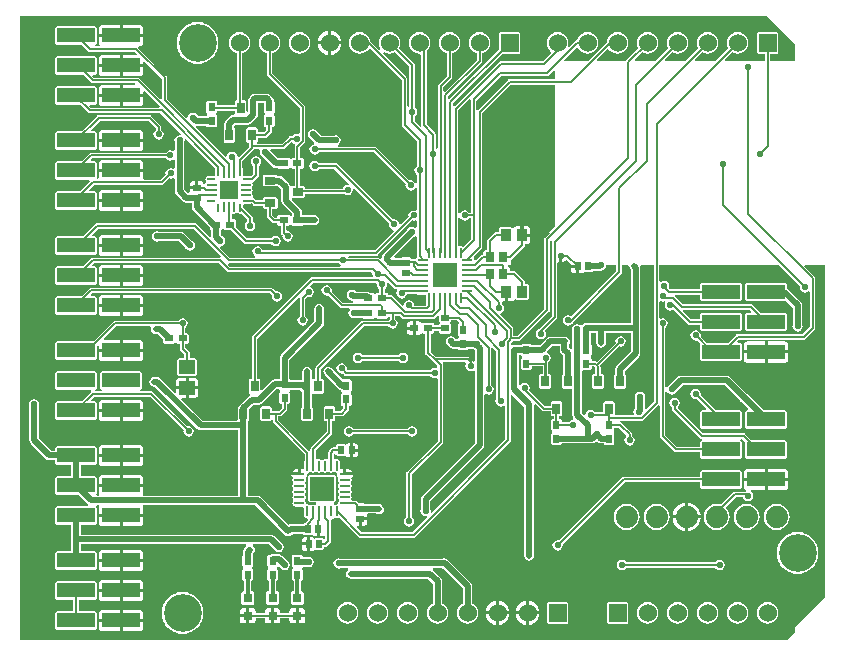
<source format=gtl>
G04 Layer_Physical_Order=1*
G04 Layer_Color=255*
%FSLAX25Y25*%
%MOIN*%
G70*
G01*
G75*
%ADD10O,0.03347X0.00984*%
%ADD11O,0.00984X0.03347*%
%ADD12R,0.07874X0.07874*%
%ADD13R,0.03110X0.03504*%
%ADD14R,0.02362X0.02953*%
%ADD15R,0.02559X0.03740*%
%ADD16R,0.03543X0.03937*%
%ADD17R,0.02520X0.02362*%
%ADD18R,0.02953X0.02362*%
%ADD19R,0.03740X0.02559*%
%ADD20R,0.05315X0.04528*%
%ADD21R,0.02362X0.02520*%
%ADD22R,0.12520X0.05000*%
%ADD23R,0.06102X0.06102*%
%ADD24O,0.02756X0.00984*%
%ADD25O,0.03543X0.00984*%
%ADD26O,0.00984X0.02756*%
%ADD27O,0.00984X0.03543*%
%ADD28R,0.03150X0.03150*%
%ADD29C,0.02000*%
%ADD30C,0.00600*%
%ADD31C,0.01200*%
%ADD32R,0.06000X0.06000*%
%ADD33C,0.06000*%
%ADD34C,0.07400*%
%ADD35C,0.12598*%
%ADD36C,0.03600*%
%ADD37C,0.02200*%
%ADD38C,0.02000*%
G36*
X133082Y140638D02*
Y138523D01*
X132582Y138321D01*
X132163Y138601D01*
X131500Y138733D01*
X130837Y138601D01*
X130274Y138226D01*
X129984Y137791D01*
X121846Y129654D01*
X121493Y129124D01*
X121402Y128669D01*
X121399Y128663D01*
X121306Y128199D01*
X120795Y128003D01*
X120649Y128149D01*
X120351Y128348D01*
X120000Y128418D01*
X110294D01*
X110183Y128582D01*
X110449Y129082D01*
X119500D01*
X119851Y129152D01*
X120149Y129351D01*
X131637Y140839D01*
X132000Y140767D01*
X132582Y140883D01*
X133082Y140638D01*
D02*
G37*
G36*
X150696Y181242D02*
X151082Y181034D01*
Y143418D01*
X150431D01*
X150226Y143726D01*
X149663Y144101D01*
X149000Y144233D01*
X148337Y144101D01*
X147774Y143726D01*
X147461Y143256D01*
X146997Y143325D01*
X146961Y143340D01*
Y177620D01*
X150597Y181256D01*
X150696Y181242D01*
D02*
G37*
G36*
X147774Y141274D02*
X148337Y140899D01*
X149000Y140767D01*
X149663Y140899D01*
X150226Y141274D01*
X150431Y141582D01*
X151082D01*
Y134546D01*
X148532Y131995D01*
X148241Y132190D01*
X147815Y132275D01*
X147461Y132204D01*
X147258Y132287D01*
X146961Y132506D01*
Y141660D01*
X146997Y141675D01*
X147461Y141744D01*
X147774Y141274D01*
D02*
G37*
G36*
X70500Y126582D02*
X107069D01*
X107274Y126274D01*
X107808Y125918D01*
X107814Y125881D01*
X107575Y125418D01*
X70880D01*
X70157Y126141D01*
X70403Y126602D01*
X70500Y126582D01*
D02*
G37*
G36*
X133082Y135477D02*
Y128835D01*
X133119Y128648D01*
X133051Y128602D01*
X132810Y128241D01*
X132783Y128107D01*
X132500Y127918D01*
X131509D01*
Y127926D01*
X131319Y128385D01*
X130860Y128575D01*
X128340D01*
X127881Y128385D01*
X127877Y128376D01*
X125837D01*
X125645Y128838D01*
X132291Y135484D01*
X132582Y135679D01*
X133082Y135477D01*
D02*
G37*
G36*
X49674Y161274D02*
X50237Y160899D01*
X50900Y160767D01*
X51563Y160899D01*
X51869Y161103D01*
X52369Y160835D01*
Y158231D01*
X51869Y157964D01*
X51663Y158101D01*
X51000Y158233D01*
X50337Y158101D01*
X49774Y157726D01*
X49399Y157163D01*
X49267Y156500D01*
X49339Y156137D01*
X47620Y154418D01*
X42129D01*
X41763Y154918D01*
X41779Y155000D01*
Y157000D01*
X34500D01*
X27221D01*
Y155184D01*
X26864Y154777D01*
X26820Y154750D01*
X26409Y155000D01*
Y160000D01*
X26219Y160459D01*
X25760Y160649D01*
X24600D01*
X24409Y161111D01*
X24880Y161582D01*
X49469D01*
X49674Y161274D01*
D02*
G37*
G36*
X91761Y166795D02*
X91774Y166774D01*
X92268Y166445D01*
X92310Y166401D01*
X92356Y166321D01*
X92467Y165863D01*
X92416Y165787D01*
X92346Y165435D01*
Y161693D01*
X91787D01*
X91328Y161503D01*
X91271Y161363D01*
X90729D01*
X90672Y161503D01*
X90213Y161693D01*
X87260D01*
X86803Y161504D01*
X84225Y164082D01*
X84432Y164582D01*
X88500D01*
X88851Y164652D01*
X89149Y164851D01*
X91144Y166847D01*
X91761Y166795D01*
D02*
G37*
G36*
X65951Y158252D02*
X65928Y158218D01*
X65843Y157791D01*
Y156095D01*
X65691Y155867D01*
X65633Y155809D01*
X65405Y155657D01*
X63709D01*
X63283Y155572D01*
X62921Y155331D01*
X62680Y154969D01*
X62595Y154543D01*
X62680Y154117D01*
X62735Y154035D01*
X62883Y153657D01*
X62735Y153279D01*
X62680Y153198D01*
X62191Y153036D01*
X61941Y153173D01*
X61902Y153371D01*
X61681Y153702D01*
X61350Y153923D01*
X60960Y154001D01*
X60200D01*
Y151800D01*
X59700D01*
Y151300D01*
X57421D01*
Y150619D01*
X57424Y150604D01*
X57100Y150161D01*
X56679Y150128D01*
X55631Y151176D01*
Y166988D01*
X55733Y167500D01*
X55668Y167827D01*
X56129Y168073D01*
X65951Y158252D01*
D02*
G37*
G36*
X123839Y139863D02*
X123767Y139500D01*
X123899Y138837D01*
X124274Y138274D01*
X124837Y137899D01*
X125301Y137806D01*
X125497Y137295D01*
X119120Y130918D01*
X81650D01*
X81601Y131163D01*
X81226Y131726D01*
X80663Y132101D01*
X80000Y132233D01*
X79337Y132101D01*
X78774Y131726D01*
X78399Y131163D01*
X78267Y130500D01*
X78399Y129837D01*
X78774Y129274D01*
X79308Y128918D01*
X79314Y128881D01*
X79075Y128418D01*
X70880D01*
X67502Y131795D01*
X67699Y132306D01*
X68163Y132399D01*
X68726Y132774D01*
X69101Y133337D01*
X69233Y134000D01*
X69101Y134663D01*
X68726Y135226D01*
X68291Y135516D01*
X67868Y135940D01*
Y137596D01*
X68172Y137722D01*
X68229Y137861D01*
X68771D01*
X68828Y137722D01*
X69287Y137532D01*
X71297D01*
X75477Y133351D01*
X75775Y133152D01*
X76126Y133082D01*
X84569D01*
X84774Y132774D01*
X85337Y132399D01*
X86000Y132267D01*
X86663Y132399D01*
X87226Y132774D01*
X87601Y133337D01*
X87733Y134000D01*
X87601Y134663D01*
X87226Y135226D01*
X86663Y135601D01*
X86000Y135733D01*
X85337Y135601D01*
X84774Y135226D01*
X84569Y134918D01*
X76506D01*
X72890Y138534D01*
Y140543D01*
X72699Y141003D01*
X72240Y141193D01*
X71418D01*
Y142865D01*
X71715Y143083D01*
X71918Y143166D01*
X72272Y143095D01*
X72698Y143180D01*
X72779Y143234D01*
X73158Y143383D01*
X73536Y143234D01*
X73617Y143180D01*
X74043Y143095D01*
X74469Y143180D01*
X74584Y143256D01*
X76582Y141258D01*
Y140431D01*
X76274Y140226D01*
X75899Y139663D01*
X75767Y139000D01*
X75899Y138337D01*
X76274Y137774D01*
X76837Y137399D01*
X77500Y137267D01*
X78163Y137399D01*
X78726Y137774D01*
X79101Y138337D01*
X79233Y139000D01*
X79101Y139663D01*
X78726Y140226D01*
X78418Y140431D01*
Y141638D01*
X78348Y141989D01*
X78149Y142287D01*
X75157Y145279D01*
Y145905D01*
X75309Y146133D01*
X75367Y146191D01*
X75595Y146343D01*
X77291D01*
X77718Y146428D01*
X77884Y146539D01*
X78025D01*
X78553Y146011D01*
X78851Y145812D01*
X79202Y145742D01*
X81792D01*
Y145380D01*
X81982Y144921D01*
X82442Y144731D01*
X83082D01*
Y142362D01*
X83152Y142011D01*
X83351Y141713D01*
X84851Y140213D01*
X85149Y140014D01*
X85500Y139945D01*
X86610D01*
Y139681D01*
X86801Y139222D01*
X87260Y139032D01*
X87819D01*
Y136764D01*
X87888Y136413D01*
X88087Y136115D01*
X88339Y135863D01*
X88267Y135500D01*
X88399Y134837D01*
X88774Y134274D01*
X89337Y133899D01*
X90000Y133767D01*
X90663Y133899D01*
X91226Y134274D01*
X91601Y134837D01*
X91733Y135500D01*
X91601Y136163D01*
X91226Y136726D01*
X90663Y137101D01*
X90000Y137233D01*
X89654Y137517D01*
Y139032D01*
X90213D01*
X90672Y139222D01*
X90729Y139361D01*
X91271D01*
X91328Y139222D01*
X91787Y139032D01*
X94740D01*
X95199Y139222D01*
X95203Y139231D01*
X98862D01*
X99487Y139355D01*
X100016Y139709D01*
X100154Y139847D01*
X100507Y140376D01*
X100631Y141000D01*
X100507Y141624D01*
X100154Y142154D01*
X99624Y142507D01*
X99000Y142631D01*
X98376Y142507D01*
X98355Y142494D01*
X95203D01*
X95199Y142502D01*
X94895Y142629D01*
Y143598D01*
X94771Y144223D01*
X94417Y144752D01*
X91367Y147803D01*
X91419Y148419D01*
X91497Y148471D01*
X95237D01*
X95696Y148661D01*
X95886Y149120D01*
Y149585D01*
X109057D01*
X109337Y149399D01*
X110000Y149267D01*
X110663Y149399D01*
X111226Y149774D01*
X111601Y150337D01*
X111733Y151000D01*
X111668Y151327D01*
X112129Y151573D01*
X123839Y139863D01*
D02*
G37*
G36*
X80883Y164082D02*
X80767Y163500D01*
X80899Y162837D01*
X81274Y162274D01*
X81709Y161984D01*
X84984Y158709D01*
X85514Y158355D01*
X86138Y158231D01*
X86797D01*
X86801Y158222D01*
X87260Y158032D01*
X90213D01*
X90672Y158222D01*
X90729Y158361D01*
X91271D01*
X91328Y158222D01*
X91787Y158032D01*
X92346D01*
Y152329D01*
X91497D01*
X91387Y152284D01*
X91007Y152487D01*
X90654Y153016D01*
X88376Y155294D01*
X87846Y155647D01*
X87222Y155772D01*
X86686D01*
X86641Y155879D01*
X86182Y156069D01*
X82442D01*
X81982Y155879D01*
X81792Y155420D01*
Y152861D01*
X81982Y152401D01*
X82442Y152211D01*
X86182D01*
X86641Y152401D01*
X86652Y152403D01*
X87869Y151187D01*
Y147362D01*
X87993Y146738D01*
X88346Y146209D01*
X91465Y143090D01*
X91384Y142526D01*
X91328Y142502D01*
X91271Y142364D01*
X90729D01*
X90672Y142502D01*
X90213Y142693D01*
X87260D01*
X86801Y142502D01*
X86610Y142043D01*
Y141780D01*
X85880D01*
X84918Y142742D01*
Y144731D01*
X86182D01*
X86641Y144921D01*
X86831Y145380D01*
Y147939D01*
X86641Y148399D01*
X86182Y148589D01*
X82442D01*
X81982Y148399D01*
X81792Y147939D01*
Y147578D01*
X79582D01*
X79054Y148106D01*
X78757Y148304D01*
X78609Y148334D01*
X78352Y148750D01*
X78334Y148874D01*
X78405Y149228D01*
X78320Y149654D01*
X78266Y149736D01*
X78117Y150114D01*
X78266Y150492D01*
X78320Y150574D01*
X78405Y151000D01*
X78320Y151426D01*
X78266Y151508D01*
X78117Y151886D01*
X78266Y152264D01*
X78320Y152346D01*
X78405Y152772D01*
X78320Y153198D01*
X78395Y153695D01*
X78692Y153894D01*
X80149Y155351D01*
X80348Y155649D01*
X80418Y156000D01*
Y159069D01*
X80726Y159274D01*
X81101Y159837D01*
X81233Y160500D01*
X81101Y161163D01*
X80726Y161726D01*
X80163Y162101D01*
X79500Y162233D01*
X78837Y162101D01*
X78274Y161726D01*
X77899Y161163D01*
X77767Y160500D01*
X77899Y159837D01*
X78274Y159274D01*
X78582Y159069D01*
Y156380D01*
X77752Y155549D01*
X77718Y155572D01*
X77291Y155657D01*
X75595D01*
X75367Y155809D01*
X75309Y155867D01*
X75157Y156095D01*
Y157791D01*
X75072Y158218D01*
X74961Y158384D01*
Y160663D01*
X78880Y164582D01*
X80638D01*
X80883Y164082D01*
D02*
G37*
G36*
X119798Y119656D02*
X119767Y119500D01*
X119899Y118837D01*
X120274Y118274D01*
X120582Y118069D01*
Y116811D01*
X120024D01*
X119564Y116621D01*
X119507Y116482D01*
X118966D01*
X118908Y116621D01*
X118449Y116811D01*
X117371D01*
X117077Y117007D01*
X116453Y117131D01*
X112789D01*
X112726Y117226D01*
X112163Y117601D01*
X111500Y117733D01*
X110837Y117601D01*
X110274Y117226D01*
X109899Y116663D01*
X109767Y116000D01*
X109899Y115337D01*
X110274Y114774D01*
X110709Y114484D01*
X110846Y114347D01*
X111376Y113993D01*
X111754Y113918D01*
X111705Y113418D01*
X108380D01*
X104661Y117137D01*
X104733Y117500D01*
X104601Y118163D01*
X104226Y118726D01*
X103663Y119101D01*
X103000Y119233D01*
X102337Y119101D01*
X101774Y118726D01*
X101399Y118163D01*
X101267Y117500D01*
X101399Y116837D01*
X101774Y116274D01*
X102337Y115899D01*
X103000Y115767D01*
X103363Y115839D01*
X107351Y111851D01*
X107649Y111652D01*
X108000Y111582D01*
X110477D01*
X110679Y111082D01*
X110399Y110663D01*
X110267Y110000D01*
X110399Y109337D01*
X110774Y108774D01*
X111337Y108399D01*
X112000Y108267D01*
X112414Y108349D01*
X115033D01*
X115037Y108340D01*
X115496Y108150D01*
X118449D01*
X118908Y108340D01*
X118966Y108479D01*
X119507D01*
X119564Y108340D01*
X120024Y108150D01*
X122976D01*
X123436Y108340D01*
X123582Y108694D01*
X124082Y108595D01*
Y107931D01*
X123774Y107726D01*
X123569Y107418D01*
X115000D01*
X114649Y107348D01*
X114351Y107149D01*
X99591Y92389D01*
X99392Y92091D01*
X99322Y91740D01*
Y88047D01*
X98961D01*
X98631Y87911D01*
X98131Y88140D01*
Y90500D01*
X98007Y91124D01*
X97654Y91654D01*
X97124Y92007D01*
X96500Y92131D01*
X95876Y92007D01*
X95346Y91654D01*
X94993Y91124D01*
X94869Y90500D01*
Y87631D01*
X90830D01*
Y87713D01*
X90640Y88172D01*
X90631Y88175D01*
Y94324D01*
X101654Y105347D01*
X102007Y105876D01*
X102131Y106500D01*
Y111500D01*
X102007Y112124D01*
X101654Y112654D01*
X101124Y113007D01*
X100500Y113131D01*
X99876Y113007D01*
X99347Y112654D01*
X98993Y112124D01*
X98869Y111500D01*
Y107176D01*
X87846Y96153D01*
X87493Y95624D01*
X87369Y95000D01*
Y88175D01*
X87360Y88172D01*
X87234Y87868D01*
X85736D01*
X85112Y87743D01*
X84583Y87390D01*
X81391Y84198D01*
X80929Y84389D01*
Y87398D01*
X80739Y87857D01*
X80279Y88047D01*
X79918D01*
Y101448D01*
X93598Y115129D01*
X93857Y115060D01*
X94082Y114906D01*
Y108931D01*
X93774Y108726D01*
X93399Y108163D01*
X93267Y107500D01*
X93399Y106837D01*
X93774Y106274D01*
X94337Y105899D01*
X95000Y105767D01*
X95663Y105899D01*
X96226Y106274D01*
X96601Y106837D01*
X96733Y107500D01*
X96601Y108163D01*
X96226Y108726D01*
X95918Y108931D01*
Y114620D01*
X96637Y115339D01*
X97000Y115267D01*
X97663Y115399D01*
X98226Y115774D01*
X98601Y116337D01*
X98733Y117000D01*
X98601Y117663D01*
X98226Y118226D01*
X97732Y118555D01*
X97552Y119082D01*
X98552Y120082D01*
X119430D01*
X119798Y119656D01*
D02*
G37*
G36*
X180687Y97681D02*
X180812Y97057D01*
X181165Y96528D01*
X181766Y95927D01*
Y89582D01*
X181658Y89538D01*
X181468Y89079D01*
Y85339D01*
X181658Y84879D01*
X182118Y84689D01*
X184677D01*
X184869Y84561D01*
Y76000D01*
X184993Y75376D01*
X185320Y74886D01*
Y74883D01*
X185275Y74703D01*
X185113Y74373D01*
X184656Y74282D01*
X184093Y73907D01*
X183888Y73599D01*
X181488D01*
Y74158D01*
X181297Y74617D01*
X180838Y74807D01*
X180575D01*
Y75634D01*
X180937D01*
X181396Y75824D01*
X181586Y76284D01*
Y80024D01*
X181396Y80483D01*
X180937Y80673D01*
X178378D01*
X177918Y80483D01*
X177728Y80024D01*
Y79071D01*
X175726D01*
X170545Y84253D01*
X170601Y84337D01*
X170733Y85000D01*
X170601Y85663D01*
X170226Y86226D01*
X169663Y86601D01*
X169000Y86733D01*
X168337Y86601D01*
X167774Y86226D01*
X167531Y85862D01*
X167031Y86014D01*
Y96050D01*
X167891D01*
X168017Y95745D01*
X168156Y95688D01*
Y95147D01*
X168017Y95089D01*
X167826Y94630D01*
Y91677D01*
X168017Y91218D01*
X168476Y91028D01*
X170838D01*
X171297Y91218D01*
X171488Y91677D01*
Y92236D01*
X174999D01*
Y89728D01*
X174637D01*
X174178Y89538D01*
X173988Y89079D01*
Y85339D01*
X174178Y84879D01*
X174637Y84689D01*
X177197D01*
X177656Y84879D01*
X177846Y85339D01*
Y89079D01*
X177656Y89538D01*
X177197Y89728D01*
X176918D01*
Y93569D01*
X177226Y93774D01*
X177601Y94337D01*
X177733Y95000D01*
X177601Y95663D01*
X177226Y96226D01*
X176663Y96601D01*
X176554Y96623D01*
X176409Y97102D01*
X178176Y98869D01*
X180687D01*
Y97681D01*
D02*
G37*
G36*
X212082Y80380D02*
X209631Y77929D01*
X209131Y78136D01*
Y81488D01*
X209233Y82000D01*
X209101Y82663D01*
X208726Y83226D01*
X208163Y83601D01*
X207500Y83733D01*
X206837Y83601D01*
X206274Y83226D01*
X205899Y82663D01*
X205767Y82000D01*
X205869Y81488D01*
Y78289D01*
X205774Y78226D01*
X205399Y77663D01*
X205267Y77000D01*
X205382Y76418D01*
X205138Y75918D01*
X199330D01*
X199086Y76284D01*
Y80024D01*
X198896Y80483D01*
X198437Y80673D01*
X195878D01*
X195418Y80483D01*
X195228Y80024D01*
Y76918D01*
X192431D01*
X192226Y77226D01*
X191663Y77601D01*
X191000Y77733D01*
X190337Y77601D01*
X189774Y77226D01*
X189399Y76663D01*
X189308Y76206D01*
X188793Y76014D01*
X188131Y76676D01*
Y90797D01*
X188476Y91028D01*
X190838D01*
X191297Y91218D01*
X191488Y91677D01*
Y92185D01*
X191988Y92215D01*
X192351Y91851D01*
X192351Y91851D01*
X192499Y91703D01*
Y89728D01*
X192137D01*
X191678Y89538D01*
X191488Y89079D01*
Y85339D01*
X191678Y84879D01*
X192137Y84689D01*
X194696D01*
X195156Y84879D01*
X195346Y85339D01*
Y89079D01*
X195156Y89538D01*
X194696Y89728D01*
X194335D01*
Y92083D01*
X194265Y92434D01*
X194252Y92454D01*
X200637Y98839D01*
X201000Y98767D01*
X201663Y98899D01*
X202226Y99274D01*
X202601Y99837D01*
X202733Y100500D01*
X202601Y101163D01*
X202226Y101726D01*
X201663Y102101D01*
X201000Y102233D01*
X200337Y102101D01*
X199774Y101726D01*
X199399Y101163D01*
X199267Y100500D01*
X199339Y100137D01*
X193000Y93798D01*
X192995Y93802D01*
X192698Y94001D01*
X192347Y94071D01*
X191488D01*
Y94630D01*
X191297Y95089D01*
X191158Y95147D01*
Y95688D01*
X191297Y95745D01*
X191488Y96205D01*
Y99158D01*
X191297Y99617D01*
X191288Y99620D01*
Y103369D01*
X192869D01*
Y100000D01*
X192993Y99376D01*
X193347Y98847D01*
X193876Y98493D01*
X194500Y98369D01*
X195124Y98493D01*
X195653Y98847D01*
X196007Y99376D01*
X196131Y100000D01*
Y103369D01*
X204369D01*
Y97176D01*
X199744Y92551D01*
X199390Y92022D01*
X199266Y91397D01*
Y89582D01*
X199159Y89538D01*
X198968Y89079D01*
Y85339D01*
X199159Y84879D01*
X199618Y84689D01*
X202177D01*
X202636Y84879D01*
X202826Y85339D01*
Y89079D01*
X202636Y89538D01*
X202529Y89582D01*
Y90721D01*
X207154Y95346D01*
X207507Y95876D01*
X207631Y96500D01*
Y125000D01*
X207532Y125500D01*
X207812Y126000D01*
X212082D01*
Y80380D01*
D02*
G37*
G36*
X159582Y97291D02*
Y81438D01*
X159399Y81163D01*
X159267Y80500D01*
X159399Y79837D01*
X159774Y79274D01*
X160337Y78899D01*
X161000Y78767D01*
X161663Y78899D01*
X162082Y79179D01*
X162582Y78977D01*
Y67880D01*
X138129Y43427D01*
X137668Y43673D01*
X137733Y44000D01*
X137631Y44513D01*
Y47324D01*
X155154Y64846D01*
X155507Y65376D01*
X155631Y66000D01*
Y82769D01*
X156131Y83036D01*
X156337Y82899D01*
X157000Y82767D01*
X157663Y82899D01*
X158226Y83274D01*
X158601Y83837D01*
X158733Y84500D01*
X158601Y85163D01*
X158226Y85726D01*
X157918Y85931D01*
Y98249D01*
X158107Y98386D01*
X158398Y98476D01*
X159582Y97291D01*
D02*
G37*
G36*
X99872Y56987D02*
X100090Y56841D01*
X100516Y56757D01*
X100942Y56841D01*
X101160Y56987D01*
X101500Y57047D01*
X101840Y56987D01*
X102058Y56841D01*
X102484Y56757D01*
X102910Y56841D01*
X103128Y56987D01*
X103469Y57048D01*
X103809Y56987D01*
X104027Y56841D01*
X104453Y56757D01*
X104879Y56841D01*
X105097Y56987D01*
X105437Y57047D01*
X105777Y56987D01*
X105995Y56841D01*
X106376Y56394D01*
X106492Y55812D01*
X106822Y55318D01*
X106904Y54904D01*
X106869Y54851D01*
X106784Y54425D01*
X106869Y53999D01*
X107014Y53781D01*
X107075Y53441D01*
X107014Y53101D01*
X106869Y52883D01*
X106784Y52457D01*
X106869Y52031D01*
X107014Y51813D01*
X107075Y51472D01*
X107014Y51132D01*
X106869Y50914D01*
X106784Y50488D01*
X106869Y50062D01*
X107014Y49844D01*
X107075Y49504D01*
X107014Y49163D01*
X106869Y48946D01*
X106784Y48520D01*
X106869Y48094D01*
X107014Y47876D01*
X107075Y47535D01*
X107014Y47195D01*
X106869Y46977D01*
X106791Y46586D01*
X106784Y46551D01*
X106421Y46188D01*
X106387Y46181D01*
X105995Y46104D01*
X105942Y46068D01*
X105573Y46142D01*
X105336Y46386D01*
X105397Y46690D01*
X105476Y46902D01*
X105896Y47076D01*
X106086Y47535D01*
Y55409D01*
X105896Y55869D01*
X105437Y56059D01*
X97563D01*
X97104Y55869D01*
X96913Y55409D01*
Y47535D01*
X97104Y47076D01*
X97563Y46886D01*
X99455D01*
X99632Y46386D01*
X99395Y46142D01*
X99026Y46068D01*
X98973Y46104D01*
X98547Y46188D01*
X98121Y46104D01*
X97903Y45958D01*
X97563Y45897D01*
X97223Y45958D01*
X97005Y46104D01*
X96613Y46181D01*
X96579Y46188D01*
X96216Y46551D01*
X96209Y46586D01*
X96131Y46977D01*
X95986Y47195D01*
X95925Y47535D01*
X95986Y47876D01*
X96131Y48094D01*
X96216Y48520D01*
X96131Y48946D01*
X95986Y49163D01*
X95925Y49504D01*
X95986Y49844D01*
X96131Y50062D01*
X96216Y50488D01*
X96131Y50914D01*
X95986Y51132D01*
X95925Y51472D01*
X95986Y51813D01*
X96131Y52031D01*
X96216Y52457D01*
X96131Y52883D01*
X95986Y53101D01*
X95925Y53441D01*
X95986Y53781D01*
X96131Y53999D01*
X96216Y54425D01*
X96131Y54851D01*
X96096Y54904D01*
X96178Y55318D01*
X96508Y55812D01*
X96624Y56394D01*
X97005Y56841D01*
X97223Y56987D01*
X97563Y57047D01*
X97903Y56987D01*
X98121Y56841D01*
X98547Y56757D01*
X98973Y56841D01*
X99191Y56987D01*
X99532Y57048D01*
X99872Y56987D01*
D02*
G37*
G36*
X87360Y84301D02*
X87499Y84243D01*
Y83702D01*
X87360Y83644D01*
X87169Y83185D01*
Y80232D01*
X87360Y79773D01*
X87819Y79583D01*
X88082D01*
Y78352D01*
X87120Y77390D01*
X84669D01*
Y78342D01*
X84479Y78802D01*
X84020Y78992D01*
X81461D01*
X81001Y78802D01*
X80811Y78342D01*
Y74602D01*
X81001Y74143D01*
X81461Y73953D01*
X84020D01*
X84479Y74143D01*
X84582Y74393D01*
X85082Y74294D01*
Y73972D01*
X85152Y73621D01*
X85351Y73324D01*
X95661Y63014D01*
Y60825D01*
X95550Y60658D01*
X95465Y60232D01*
Y58353D01*
X95102Y57915D01*
X94421D01*
Y56394D01*
X93921D01*
Y55894D01*
X91318D01*
X91335Y55812D01*
X91664Y55318D01*
X91747Y54904D01*
X91711Y54851D01*
X91627Y54425D01*
X91711Y53999D01*
X91857Y53781D01*
X91918Y53441D01*
X91857Y53101D01*
X91711Y52883D01*
X91627Y52457D01*
X91711Y52031D01*
X91857Y51813D01*
X91918Y51472D01*
X91857Y51132D01*
X91711Y50914D01*
X91627Y50488D01*
X91711Y50062D01*
X91857Y49844D01*
X91918Y49504D01*
X91857Y49163D01*
X91711Y48946D01*
X91627Y48520D01*
X91711Y48094D01*
X91857Y47876D01*
X91918Y47535D01*
X91857Y47195D01*
X91711Y46977D01*
X91627Y46551D01*
X91711Y46125D01*
X91953Y45764D01*
X92314Y45522D01*
X92740Y45438D01*
X95028D01*
X95255Y45285D01*
X95313Y45227D01*
X95465Y45000D01*
Y42713D01*
X95550Y42287D01*
X95791Y41925D01*
X96153Y41684D01*
X96579Y41599D01*
X96598Y41603D01*
X96844Y41142D01*
X96119Y40417D01*
X95920Y40119D01*
X95873Y39882D01*
X95587D01*
X95127Y39691D01*
X95091Y39604D01*
X93638D01*
X93500Y39631D01*
X91000D01*
X90376Y39507D01*
X90330Y39477D01*
X81154Y48654D01*
X80624Y49007D01*
X80000Y49131D01*
X76891D01*
Y72000D01*
Y74099D01*
X76999Y74143D01*
X77189Y74602D01*
Y77882D01*
X78676Y79369D01*
X80500D01*
X81124Y79493D01*
X81653Y79847D01*
X86412Y84605D01*
X87234D01*
X87360Y84301D01*
D02*
G37*
G36*
X125394Y118308D02*
X125692Y118109D01*
X126043Y118039D01*
X126412D01*
X126650Y117539D01*
X126399Y117163D01*
X126267Y116500D01*
X126399Y115837D01*
X126774Y115274D01*
X127337Y114899D01*
X128000Y114767D01*
X128663Y114899D01*
X129226Y115274D01*
X129601Y115837D01*
X129687Y116267D01*
X133246D01*
X133412Y116156D01*
X133839Y116071D01*
X136072D01*
Y113839D01*
X136156Y113412D01*
X136267Y113246D01*
Y112565D01*
X136120Y112418D01*
X132301D01*
X132233Y112500D01*
X132101Y113163D01*
X131726Y113726D01*
X131163Y114101D01*
X130500Y114233D01*
X129837Y114101D01*
X129274Y113726D01*
X128899Y113163D01*
X128803Y112682D01*
X128300Y112478D01*
X125149Y115629D01*
X124851Y115828D01*
X124500Y115898D01*
X123626D01*
Y116161D01*
X123436Y116621D01*
X122976Y116811D01*
X122418D01*
Y118069D01*
X122726Y118274D01*
X123101Y118837D01*
X123233Y119500D01*
X123168Y119827D01*
X123629Y120073D01*
X125394Y118308D01*
D02*
G37*
G36*
X179000Y139000D02*
X177000Y137000D01*
X177351Y136649D01*
X175851Y135149D01*
X175652Y134851D01*
X175582Y134500D01*
Y111380D01*
X166620Y102418D01*
X165277D01*
Y104640D01*
X165207Y104992D01*
X165008Y105289D01*
X160901Y109397D01*
X161046Y109875D01*
X161163Y109899D01*
X161726Y110274D01*
X162101Y110837D01*
X162233Y111500D01*
X162101Y112163D01*
X161726Y112726D01*
X161418Y112931D01*
Y113500D01*
X161809Y113992D01*
X162343D01*
Y116980D01*
X163342D01*
Y113992D01*
X164614D01*
X165004Y114070D01*
X165335Y114291D01*
X165433Y114437D01*
X165886Y114543D01*
X166035Y114507D01*
X166386Y114362D01*
X169929D01*
X170388Y114553D01*
X170579Y115012D01*
Y118949D01*
X170388Y119408D01*
X169929Y119598D01*
X169075D01*
Y120323D01*
X169005Y120674D01*
X168806Y120972D01*
X166149Y123629D01*
X165851Y123828D01*
X165500Y123898D01*
X164153D01*
Y124732D01*
X163963Y125191D01*
X163569Y125355D01*
X163545Y125654D01*
X163574Y125853D01*
X163894Y125916D01*
X164225Y126137D01*
X164446Y126468D01*
X164523Y126858D01*
Y127791D01*
X164779Y127961D01*
X168806Y131989D01*
X169005Y132287D01*
X169075Y132638D01*
Y132992D01*
X169929D01*
X170319Y133070D01*
X170650Y133291D01*
X170871Y133622D01*
X170949Y134012D01*
Y135480D01*
X168157D01*
Y135980D01*
X167657D01*
Y138968D01*
X166386D01*
X165996Y138891D01*
X165665Y138670D01*
X165567Y138523D01*
X165114Y138417D01*
X164964Y138453D01*
X164614Y138598D01*
X161071D01*
X160612Y138408D01*
X160421Y137949D01*
Y136898D01*
X159500D01*
X159149Y136828D01*
X158851Y136629D01*
X156851Y134629D01*
X156652Y134332D01*
X156582Y133980D01*
Y131012D01*
X155945D01*
X155486Y130821D01*
X155295Y130362D01*
Y129528D01*
X155130D01*
X154779Y129458D01*
X154481Y129259D01*
X152722Y127500D01*
X152261Y127746D01*
X152275Y127815D01*
X152190Y128241D01*
X151996Y128532D01*
X154649Y131186D01*
X154848Y131483D01*
X154918Y131835D01*
Y176620D01*
X164380Y186082D01*
X179000D01*
Y139000D01*
D02*
G37*
G36*
X140591Y109066D02*
Y107264D01*
X140781Y106805D01*
X140781Y106621D01*
X140591Y106161D01*
Y105898D01*
X138890D01*
Y106161D01*
X138699Y106621D01*
X138240Y106811D01*
X135287D01*
X135091Y106730D01*
X134827Y106622D01*
X134435Y106880D01*
X134434Y106882D01*
X134103Y107103D01*
X133713Y107181D01*
X132736D01*
Y104980D01*
Y102780D01*
X133713D01*
X134103Y102857D01*
X134434Y103078D01*
X134435Y103080D01*
X134827Y103339D01*
X135091Y103231D01*
X135287Y103150D01*
X135846D01*
Y96764D01*
X135916Y96413D01*
X136115Y96115D01*
X138379Y93851D01*
X139915Y92315D01*
X139873Y91979D01*
X139390Y91656D01*
X139000Y91733D01*
X138337Y91601D01*
X137774Y91226D01*
X137569Y90918D01*
X110070D01*
X109702Y91344D01*
X109733Y91500D01*
X109601Y92163D01*
X109226Y92726D01*
X108663Y93101D01*
X108000Y93233D01*
X107337Y93101D01*
X106774Y92726D01*
X106399Y92163D01*
X106267Y91500D01*
X106399Y90837D01*
X106774Y90274D01*
X107337Y89899D01*
X108000Y89767D01*
X108363Y89839D01*
X108851Y89351D01*
X109149Y89152D01*
X109500Y89082D01*
X137569D01*
X137774Y88774D01*
X138337Y88399D01*
X139000Y88267D01*
X139582Y88383D01*
X140082Y88138D01*
Y67380D01*
X129851Y57149D01*
X129652Y56851D01*
X129582Y56500D01*
Y41931D01*
X129274Y41726D01*
X128899Y41163D01*
X128767Y40500D01*
X128899Y39837D01*
X129274Y39274D01*
X129837Y38899D01*
X130500Y38767D01*
X131163Y38899D01*
X131726Y39274D01*
X132101Y39837D01*
X132233Y40500D01*
X132101Y41163D01*
X131726Y41726D01*
X131418Y41931D01*
Y56120D01*
X141649Y66351D01*
X141848Y66649D01*
X141918Y67000D01*
Y92528D01*
X141848Y92879D01*
X141712Y93082D01*
X141873Y93582D01*
X149244D01*
X149512Y93082D01*
X149399Y92913D01*
X149267Y92250D01*
X149399Y91587D01*
X149774Y91024D01*
X150337Y90649D01*
X151000Y90517D01*
X151663Y90649D01*
X151869Y90786D01*
X152369Y90519D01*
Y66676D01*
X134846Y49154D01*
X134493Y48624D01*
X134369Y48000D01*
Y44513D01*
X134267Y44000D01*
X134399Y43337D01*
X134774Y42774D01*
X135337Y42399D01*
X136000Y42267D01*
X136327Y42332D01*
X136573Y41871D01*
X131620Y36918D01*
X114695D01*
X112973Y38640D01*
X113180Y39140D01*
X113700D01*
Y41340D01*
X114200D01*
Y41840D01*
X116479D01*
Y42521D01*
X116449Y42673D01*
X116782Y43173D01*
X119606D01*
X119876Y42993D01*
X120500Y42869D01*
X121124Y42993D01*
X121653Y43347D01*
X122007Y43876D01*
X122131Y44500D01*
X122007Y45124D01*
X121653Y45654D01*
X121349Y45958D01*
X120820Y46312D01*
X120195Y46436D01*
X115923D01*
X115919Y46445D01*
X115460Y46635D01*
X113667D01*
X113102Y47200D01*
X112805Y47399D01*
X112453Y47469D01*
X111472D01*
X111205Y47969D01*
X111289Y48094D01*
X111373Y48520D01*
X111289Y48946D01*
X111143Y49163D01*
X111082Y49504D01*
X111143Y49844D01*
X111289Y50062D01*
X111373Y50488D01*
X111289Y50914D01*
X111143Y51132D01*
X111082Y51472D01*
X111143Y51813D01*
X111289Y52031D01*
X111373Y52457D01*
X111289Y52883D01*
X111143Y53101D01*
X111082Y53441D01*
X111143Y53781D01*
X111289Y53999D01*
X111373Y54425D01*
X111289Y54851D01*
X111253Y54904D01*
X111336Y55318D01*
X111665Y55812D01*
X111682Y55894D01*
X109079D01*
Y56394D01*
X108579D01*
Y57915D01*
X107898D01*
X107535Y58353D01*
Y60232D01*
X107450Y60658D01*
X107209Y61020D01*
X106847Y61261D01*
X106421Y61346D01*
X105995Y61261D01*
X105870Y61178D01*
X105370Y61445D01*
Y62809D01*
X105584Y62978D01*
X105649Y62983D01*
X106152Y62812D01*
X106260Y62553D01*
X106719Y62363D01*
X109081D01*
X109342Y62471D01*
X109462Y62292D01*
X109793Y62071D01*
X110184Y61993D01*
X110865D01*
Y64272D01*
Y66552D01*
X110184D01*
X109793Y66474D01*
X109462Y66253D01*
X109342Y66074D01*
X109081Y66182D01*
X106719D01*
X106260Y65991D01*
X106070Y65532D01*
Y65190D01*
X105300D01*
X104949Y65120D01*
X104651Y64921D01*
X103804Y64074D01*
X103605Y63776D01*
X103535Y63425D01*
Y61445D01*
X103035Y61178D01*
X102910Y61261D01*
X102484Y61346D01*
X102058Y61261D01*
X101840Y61116D01*
X101500Y61055D01*
X101160Y61116D01*
X100942Y61261D01*
X100516Y61346D01*
X100090Y61261D01*
X99965Y61178D01*
X99465Y61445D01*
Y64140D01*
X104629Y69304D01*
X104828Y69602D01*
X104898Y69953D01*
Y73953D01*
X105260D01*
X105719Y74143D01*
X105909Y74602D01*
Y75555D01*
X108000D01*
X108351Y75625D01*
X108649Y75824D01*
X110149Y77324D01*
X110348Y77621D01*
X110418Y77972D01*
Y79071D01*
X110681D01*
X111140Y79261D01*
X111330Y79720D01*
Y82673D01*
X111140Y83132D01*
X111001Y83190D01*
Y83731D01*
X111140Y83789D01*
X111330Y84248D01*
Y87201D01*
X111140Y87660D01*
X110681Y87850D01*
X108457D01*
X104654Y91654D01*
X104124Y92007D01*
X103500Y92131D01*
X102876Y92007D01*
X102347Y91654D01*
X101993Y91124D01*
X101869Y90500D01*
X101993Y89876D01*
X102347Y89346D01*
X107122Y84571D01*
X107651Y84217D01*
X107685Y84210D01*
X107860Y83789D01*
X107999Y83731D01*
Y83190D01*
X107860Y83132D01*
X107669Y82673D01*
Y79720D01*
X107860Y79261D01*
X108319Y79071D01*
X108582D01*
Y78352D01*
X107620Y77390D01*
X105909D01*
Y78342D01*
X105719Y78802D01*
X105260Y78992D01*
X102701D01*
X102242Y78802D01*
X102051Y78342D01*
Y74602D01*
X102242Y74143D01*
X102701Y73953D01*
X103063D01*
Y70333D01*
X97898Y65168D01*
X97699Y64871D01*
X97630Y64520D01*
Y64329D01*
X97514Y64247D01*
X97130Y64140D01*
X86918Y74353D01*
Y75555D01*
X87500D01*
X87851Y75625D01*
X88149Y75824D01*
X89649Y77324D01*
X89848Y77621D01*
X89918Y77972D01*
Y79583D01*
X90181D01*
X90640Y79773D01*
X90830Y80232D01*
Y83185D01*
X90640Y83644D01*
X90723Y84151D01*
X90949Y84369D01*
X94324D01*
X94869Y83824D01*
Y78846D01*
X94761Y78802D01*
X94571Y78342D01*
Y74602D01*
X94761Y74143D01*
X95221Y73953D01*
X97780D01*
X98239Y74143D01*
X98429Y74602D01*
Y78342D01*
X98239Y78802D01*
X98131Y78846D01*
Y82915D01*
X98631Y83144D01*
X98961Y83008D01*
X101520D01*
X101979Y83198D01*
X102169Y83657D01*
Y87398D01*
X101979Y87857D01*
X101520Y88047D01*
X101158D01*
Y91360D01*
X115380Y105582D01*
X123569D01*
X123774Y105274D01*
X124337Y104899D01*
X125000Y104767D01*
X125663Y104899D01*
X126226Y105274D01*
X126601Y105837D01*
X126733Y106500D01*
X126601Y107163D01*
X126226Y107726D01*
X125918Y107931D01*
Y109063D01*
X127423D01*
X128154Y108332D01*
X128452Y108133D01*
X128803Y108063D01*
X138500D01*
X138851Y108133D01*
X139149Y108332D01*
X140091Y109273D01*
X140591Y109066D01*
D02*
G37*
G36*
X147301Y106882D02*
X147305Y106772D01*
X147154Y106321D01*
X146860Y106199D01*
X146669Y105740D01*
Y102787D01*
X146860Y102328D01*
X146999Y102271D01*
Y101758D01*
X146961Y101714D01*
X146860Y101672D01*
X146798Y101523D01*
X146665Y101368D01*
X145965D01*
X145726Y101726D01*
X145163Y102101D01*
X144500Y102233D01*
X143837Y102101D01*
X143274Y101726D01*
X142899Y101163D01*
X142767Y100500D01*
X142899Y99837D01*
X143274Y99274D01*
X143709Y98984D01*
X144110Y98583D01*
X144640Y98229D01*
X145264Y98105D01*
X146734D01*
X146860Y97801D01*
X147319Y97610D01*
X149681D01*
X150140Y97801D01*
X150266Y98105D01*
X151947D01*
X152369Y97683D01*
Y94064D01*
X151940Y93808D01*
X151848Y93851D01*
X151649Y94149D01*
X150649Y95149D01*
X150351Y95348D01*
X150000Y95418D01*
X139408D01*
X137681Y97144D01*
Y103150D01*
X138240D01*
X138699Y103340D01*
X138890Y103799D01*
Y104063D01*
X140591D01*
Y103799D01*
X140781Y103340D01*
X141240Y103150D01*
X143760D01*
X144219Y103340D01*
X144409Y103799D01*
Y106161D01*
X144219Y106621D01*
X144219Y106805D01*
X144409Y107264D01*
Y107527D01*
X146655D01*
X147301Y106882D01*
D02*
G37*
G36*
X178139Y134086D02*
X178082Y133803D01*
Y108880D01*
X173851Y104649D01*
X173805Y104580D01*
X173274Y104226D01*
X172899Y103663D01*
X172767Y103000D01*
X172899Y102337D01*
X173274Y101774D01*
X173837Y101399D01*
X174500Y101267D01*
X175163Y101399D01*
X175726Y101774D01*
X176101Y102337D01*
X176233Y103000D01*
X176101Y103663D01*
X175845Y104047D01*
X179649Y107851D01*
X179848Y108149D01*
X179918Y108500D01*
Y126642D01*
X180418Y126975D01*
X180500Y126958D01*
Y129000D01*
X181500D01*
Y126958D01*
X181819Y127022D01*
X182514Y127486D01*
X182684Y127740D01*
X183181Y127789D01*
X184567Y126403D01*
Y126000D01*
X186768D01*
Y125500D01*
X187268D01*
Y123221D01*
X187949D01*
X188339Y123298D01*
X188670Y123519D01*
X188790Y123699D01*
X189051Y123591D01*
X191413D01*
X191873Y123781D01*
X191909Y123869D01*
X194000D01*
X194624Y123993D01*
X195153Y124346D01*
X195291Y124484D01*
X195726Y124774D01*
X196101Y125337D01*
X196233Y126000D01*
X199582D01*
Y123880D01*
X184547Y108845D01*
X184163Y109101D01*
X183500Y109233D01*
X182837Y109101D01*
X182274Y108726D01*
X181899Y108163D01*
X181767Y107500D01*
X181899Y106837D01*
X182274Y106274D01*
X182837Y105899D01*
X183500Y105767D01*
X184163Y105899D01*
X184726Y106274D01*
X185035Y106737D01*
X201149Y122851D01*
X201348Y123149D01*
X201418Y123500D01*
Y126000D01*
X203574D01*
X203891Y125613D01*
X203869Y125500D01*
X203993Y124876D01*
X204346Y124346D01*
X204369Y124324D01*
Y106631D01*
X189657D01*
X189578Y106616D01*
X189500Y106631D01*
X188876Y106507D01*
X188347Y106154D01*
X188194Y105925D01*
X188097Y105884D01*
X187564Y105834D01*
X187163Y106101D01*
X186500Y106233D01*
X185837Y106101D01*
X185274Y105726D01*
X184899Y105163D01*
X184767Y104500D01*
X184869Y103988D01*
Y98146D01*
X184369Y97938D01*
X183950Y98357D01*
Y99791D01*
X184007Y99876D01*
X184131Y100500D01*
X184007Y101124D01*
X183653Y101654D01*
X183124Y102007D01*
X182500Y102131D01*
X177500D01*
X176876Y102007D01*
X176347Y101654D01*
X174005Y99313D01*
X171423D01*
X171297Y99617D01*
X170838Y99807D01*
X168476D01*
X168017Y99617D01*
X167891Y99313D01*
X165400D01*
X164988Y99230D01*
X164553Y99529D01*
X164515Y99958D01*
X164911Y100354D01*
X165064Y100582D01*
X167000D01*
X167351Y100652D01*
X167649Y100851D01*
X177149Y110351D01*
X177348Y110649D01*
X177418Y111000D01*
Y134109D01*
X177752Y134387D01*
X178139Y134086D01*
D02*
G37*
G36*
X179000Y190549D02*
Y187918D01*
X164000D01*
X163649Y187848D01*
X163351Y187649D01*
X153418Y177715D01*
X153149Y177766D01*
X152918Y177900D01*
Y180805D01*
X161195Y189082D01*
X176500D01*
X176851Y189152D01*
X177149Y189351D01*
X178538Y190740D01*
X179000Y190549D01*
D02*
G37*
G36*
X122185Y196855D02*
X123060Y196493D01*
X124000Y196369D01*
X124940Y196493D01*
X125815Y196855D01*
X125833Y196869D01*
X130582Y192120D01*
Y178794D01*
X130418Y178683D01*
X129918Y178949D01*
Y188000D01*
X129848Y188351D01*
X129649Y188649D01*
X121703Y196594D01*
X122034Y196971D01*
X122185Y196855D01*
D02*
G37*
G36*
X259133Y199641D02*
Y194000D01*
X250918D01*
Y196351D01*
X253000D01*
X253459Y196541D01*
X253649Y197000D01*
Y203000D01*
X253459Y203459D01*
X253000Y203649D01*
X247000D01*
X246541Y203459D01*
X246351Y203000D01*
Y197000D01*
X246541Y196541D01*
X247000Y196351D01*
X249082D01*
Y194000D01*
X235951D01*
X235760Y194462D01*
X238167Y196869D01*
X238184Y196855D01*
X239060Y196493D01*
X240000Y196369D01*
X240940Y196493D01*
X241815Y196855D01*
X242567Y197432D01*
X243145Y198185D01*
X243507Y199060D01*
X243631Y200000D01*
X243507Y200940D01*
X243145Y201816D01*
X242567Y202568D01*
X241815Y203145D01*
X240940Y203507D01*
X240000Y203631D01*
X239060Y203507D01*
X238184Y203145D01*
X237433Y202568D01*
X236855Y201816D01*
X236493Y200940D01*
X236369Y200000D01*
X236493Y199060D01*
X236855Y198185D01*
X236869Y198167D01*
X232702Y194000D01*
X225951D01*
X225760Y194462D01*
X228167Y196869D01*
X228185Y196855D01*
X229060Y196493D01*
X230000Y196369D01*
X230940Y196493D01*
X231816Y196855D01*
X232568Y197432D01*
X233145Y198185D01*
X233507Y199060D01*
X233631Y200000D01*
X233507Y200940D01*
X233145Y201816D01*
X232568Y202568D01*
X231816Y203145D01*
X230940Y203507D01*
X230000Y203631D01*
X229060Y203507D01*
X228185Y203145D01*
X227432Y202568D01*
X226855Y201816D01*
X226493Y200940D01*
X226369Y200000D01*
X226493Y199060D01*
X226855Y198185D01*
X226869Y198167D01*
X222702Y194000D01*
X215951D01*
X215760Y194462D01*
X218167Y196869D01*
X218184Y196855D01*
X219060Y196493D01*
X220000Y196369D01*
X220940Y196493D01*
X221815Y196855D01*
X222568Y197432D01*
X223145Y198185D01*
X223507Y199060D01*
X223631Y200000D01*
X223507Y200940D01*
X223145Y201816D01*
X222568Y202568D01*
X221815Y203145D01*
X220940Y203507D01*
X220000Y203631D01*
X219060Y203507D01*
X218184Y203145D01*
X217432Y202568D01*
X216855Y201816D01*
X216493Y200940D01*
X216369Y200000D01*
X216493Y199060D01*
X216855Y198185D01*
X216869Y198167D01*
X212702Y194000D01*
X205951D01*
X205760Y194462D01*
X208167Y196869D01*
X208185Y196855D01*
X209060Y196493D01*
X210000Y196369D01*
X210940Y196493D01*
X211816Y196855D01*
X212567Y197432D01*
X213145Y198185D01*
X213507Y199060D01*
X213631Y200000D01*
X213507Y200940D01*
X213145Y201816D01*
X212567Y202568D01*
X211816Y203145D01*
X210940Y203507D01*
X210000Y203631D01*
X209060Y203507D01*
X208185Y203145D01*
X207433Y202568D01*
X206855Y201816D01*
X206493Y200940D01*
X206369Y200000D01*
X206493Y199060D01*
X206855Y198185D01*
X206869Y198167D01*
X202851Y194149D01*
X202752Y194000D01*
X193451D01*
X193260Y194462D01*
X196642Y197845D01*
X197141Y197812D01*
X197432Y197432D01*
X198185Y196855D01*
X199060Y196493D01*
X200000Y196369D01*
X200940Y196493D01*
X201816Y196855D01*
X202568Y197432D01*
X203145Y198185D01*
X203507Y199060D01*
X203631Y200000D01*
X203507Y200940D01*
X203145Y201816D01*
X202568Y202568D01*
X201816Y203145D01*
X200940Y203507D01*
X200000Y203631D01*
X199060Y203507D01*
X198185Y203145D01*
X197432Y202568D01*
X196855Y201816D01*
X196493Y200940D01*
X196394Y200192D01*
X190202Y194000D01*
X182451D01*
X182260Y194462D01*
X186282Y198484D01*
X186772Y198386D01*
X186855Y198185D01*
X187432Y197432D01*
X188184Y196855D01*
X189060Y196493D01*
X190000Y196369D01*
X190940Y196493D01*
X191815Y196855D01*
X192568Y197432D01*
X193145Y198185D01*
X193507Y199060D01*
X193631Y200000D01*
X193507Y200940D01*
X193145Y201816D01*
X192568Y202568D01*
X191815Y203145D01*
X190940Y203507D01*
X190000Y203631D01*
X189060Y203507D01*
X188184Y203145D01*
X187432Y202568D01*
X186855Y201816D01*
X186493Y200940D01*
X186489Y200916D01*
X186149Y200848D01*
X185851Y200649D01*
X183897Y198695D01*
X183473Y198978D01*
X183507Y199060D01*
X183631Y200000D01*
X183507Y200940D01*
X183145Y201816D01*
X182568Y202568D01*
X181816Y203145D01*
X180940Y203507D01*
X180000Y203631D01*
X179060Y203507D01*
X178184Y203145D01*
X177432Y202568D01*
X176855Y201816D01*
X176493Y200940D01*
X176369Y200000D01*
X176493Y199060D01*
X176855Y198185D01*
X177432Y197432D01*
X177812Y197141D01*
X177845Y196642D01*
X175120Y193918D01*
X161043D01*
X160692Y193848D01*
X160394Y193649D01*
X145689Y178944D01*
X145189Y179151D01*
Y179892D01*
X161648Y196351D01*
X167000D01*
X167459Y196541D01*
X167649Y197000D01*
Y203000D01*
X167459Y203459D01*
X167000Y203649D01*
X161000D01*
X160541Y203459D01*
X160351Y203000D01*
Y197648D01*
X143918Y181215D01*
X143418Y181422D01*
Y182120D01*
X154649Y193351D01*
X154848Y193649D01*
X154918Y194000D01*
Y196490D01*
X154940Y196493D01*
X155815Y196855D01*
X156568Y197432D01*
X157145Y198185D01*
X157507Y199060D01*
X157631Y200000D01*
X157507Y200940D01*
X157145Y201816D01*
X156568Y202568D01*
X155815Y203145D01*
X154940Y203507D01*
X154000Y203631D01*
X153060Y203507D01*
X152184Y203145D01*
X151432Y202568D01*
X150855Y201816D01*
X150493Y200940D01*
X150369Y200000D01*
X150493Y199060D01*
X150855Y198185D01*
X151432Y197432D01*
X152184Y196855D01*
X153060Y196493D01*
X153082Y196490D01*
Y194380D01*
X142380Y183677D01*
X141918Y183869D01*
Y185120D01*
X144649Y187851D01*
X144848Y188149D01*
X144918Y188500D01*
Y196490D01*
X144940Y196493D01*
X145816Y196855D01*
X146568Y197432D01*
X147145Y198185D01*
X147507Y199060D01*
X147631Y200000D01*
X147507Y200940D01*
X147145Y201816D01*
X146568Y202568D01*
X145816Y203145D01*
X144940Y203507D01*
X144000Y203631D01*
X143060Y203507D01*
X142184Y203145D01*
X141432Y202568D01*
X140855Y201816D01*
X140493Y200940D01*
X140369Y200000D01*
X140493Y199060D01*
X140855Y198185D01*
X141432Y197432D01*
X142184Y196855D01*
X143060Y196493D01*
X143082Y196490D01*
Y188880D01*
X140351Y186149D01*
X140152Y185851D01*
X140082Y185500D01*
Y165032D01*
X139582Y164766D01*
X139495Y164825D01*
Y169423D01*
X139425Y169774D01*
X139226Y170072D01*
X136418Y172880D01*
Y197317D01*
X136568Y197432D01*
X137145Y198185D01*
X137507Y199060D01*
X137631Y200000D01*
X137507Y200940D01*
X137145Y201816D01*
X136568Y202568D01*
X135816Y203145D01*
X134940Y203507D01*
X134000Y203631D01*
X133060Y203507D01*
X132185Y203145D01*
X131432Y202568D01*
X130855Y201816D01*
X130493Y200940D01*
X130369Y200000D01*
X130493Y199060D01*
X130855Y198185D01*
X131432Y197432D01*
X132185Y196855D01*
X133060Y196493D01*
X134000Y196369D01*
X134206Y196396D01*
X134582Y196066D01*
Y172500D01*
X134602Y172403D01*
X134141Y172157D01*
X132418Y173880D01*
Y175569D01*
X132726Y175774D01*
X133101Y176337D01*
X133233Y177000D01*
X133101Y177663D01*
X132726Y178226D01*
X132418Y178431D01*
Y192500D01*
X132348Y192851D01*
X132149Y193149D01*
X127131Y198167D01*
X127145Y198185D01*
X127507Y199060D01*
X127631Y200000D01*
X127507Y200940D01*
X127145Y201816D01*
X126568Y202568D01*
X125815Y203145D01*
X124940Y203507D01*
X124000Y203631D01*
X123060Y203507D01*
X122185Y203145D01*
X121432Y202568D01*
X120855Y201816D01*
X120493Y200940D01*
X120369Y200000D01*
X120493Y199060D01*
X120855Y198185D01*
X120971Y198034D01*
X120594Y197703D01*
X117649Y200649D01*
X117536Y200725D01*
X117507Y200940D01*
X117145Y201816D01*
X116568Y202568D01*
X115815Y203145D01*
X114940Y203507D01*
X114000Y203631D01*
X113060Y203507D01*
X112185Y203145D01*
X111432Y202568D01*
X110855Y201816D01*
X110493Y200940D01*
X110369Y200000D01*
X110493Y199060D01*
X110855Y198185D01*
X111432Y197432D01*
X112185Y196855D01*
X113060Y196493D01*
X114000Y196369D01*
X114940Y196493D01*
X115815Y196855D01*
X116568Y197432D01*
X117000Y197995D01*
X117601Y198102D01*
X128082Y187620D01*
Y172500D01*
X128152Y172149D01*
X128351Y171851D01*
X133082Y167120D01*
Y158931D01*
X132774Y158726D01*
X132399Y158163D01*
X132267Y157500D01*
X132399Y156837D01*
X132774Y156274D01*
X133082Y156069D01*
Y153425D01*
X132619Y153186D01*
X132582Y153192D01*
X132226Y153726D01*
X131663Y154101D01*
X131000Y154233D01*
X130637Y154161D01*
X119649Y165149D01*
X119351Y165348D01*
X119000Y165418D01*
X106925D01*
X106686Y165881D01*
X106692Y165918D01*
X107226Y166274D01*
X107601Y166837D01*
X107733Y167500D01*
X107601Y168163D01*
X107226Y168726D01*
X106663Y169101D01*
X106000Y169233D01*
X105488Y169131D01*
X101176D01*
X100016Y170291D01*
X99726Y170726D01*
X99163Y171101D01*
X98500Y171233D01*
X97837Y171101D01*
X97274Y170726D01*
X96899Y170163D01*
X96767Y169500D01*
X96899Y168837D01*
X97274Y168274D01*
X97709Y167984D01*
X98986Y166707D01*
X98794Y166192D01*
X98337Y166101D01*
X97774Y165726D01*
X97399Y165163D01*
X97267Y164500D01*
X97399Y163837D01*
X97774Y163274D01*
X98337Y162899D01*
X99000Y162767D01*
X99663Y162899D01*
X100226Y163274D01*
X100431Y163582D01*
X118620D01*
X129339Y152863D01*
X129267Y152500D01*
X129399Y151837D01*
X129774Y151274D01*
X130337Y150899D01*
X131000Y150767D01*
X131663Y150899D01*
X132226Y151274D01*
X132582Y151808D01*
X132619Y151814D01*
X133082Y151575D01*
Y144362D01*
X132582Y144117D01*
X132000Y144233D01*
X131337Y144101D01*
X130774Y143726D01*
X130399Y143163D01*
X130267Y142500D01*
X130339Y142137D01*
X127705Y139503D01*
X127194Y139699D01*
X127101Y140163D01*
X126726Y140726D01*
X126163Y141101D01*
X125500Y141233D01*
X125137Y141161D01*
X106649Y159649D01*
X106351Y159848D01*
X106000Y159918D01*
X100431D01*
X100226Y160226D01*
X99663Y160601D01*
X99000Y160733D01*
X98337Y160601D01*
X97774Y160226D01*
X97399Y159663D01*
X97267Y159000D01*
X97399Y158337D01*
X97774Y157774D01*
X98337Y157399D01*
X99000Y157267D01*
X99663Y157399D01*
X100226Y157774D01*
X100431Y158082D01*
X105620D01*
X110573Y153129D01*
X110327Y152668D01*
X110000Y152733D01*
X109337Y152601D01*
X108774Y152226D01*
X108399Y151663D01*
X108350Y151421D01*
X95886D01*
Y151680D01*
X95696Y152139D01*
X95237Y152329D01*
X94181D01*
Y158032D01*
X94740D01*
X95199Y158222D01*
X95390Y158681D01*
Y161043D01*
X95199Y161503D01*
X94740Y161693D01*
X94181D01*
Y165055D01*
X95649Y166523D01*
X95848Y166820D01*
X95918Y167172D01*
Y178500D01*
X95848Y178851D01*
X95649Y179149D01*
X84918Y189880D01*
Y196490D01*
X84940Y196493D01*
X85816Y196855D01*
X86568Y197432D01*
X87145Y198185D01*
X87507Y199060D01*
X87631Y200000D01*
X87507Y200940D01*
X87145Y201816D01*
X86568Y202568D01*
X85816Y203145D01*
X84940Y203507D01*
X84000Y203631D01*
X83060Y203507D01*
X82184Y203145D01*
X81432Y202568D01*
X80855Y201816D01*
X80493Y200940D01*
X80369Y200000D01*
X80493Y199060D01*
X80855Y198185D01*
X81432Y197432D01*
X82184Y196855D01*
X83060Y196493D01*
X83082Y196490D01*
Y189500D01*
X83152Y189149D01*
X83351Y188851D01*
X94082Y178120D01*
Y169862D01*
X93582Y169617D01*
X93000Y169733D01*
X92337Y169601D01*
X91774Y169226D01*
X91569Y168918D01*
X91000D01*
X90649Y168848D01*
X90351Y168649D01*
X88120Y166418D01*
X79762D01*
X79662Y166918D01*
X79819Y166982D01*
X80009Y167442D01*
Y168394D01*
X82450D01*
X82801Y168464D01*
X83099Y168663D01*
X84549Y170113D01*
X84748Y170411D01*
X84818Y170762D01*
Y171910D01*
X85081D01*
X85540Y172101D01*
X85730Y172560D01*
Y175513D01*
X85540Y175972D01*
X85401Y176029D01*
Y176571D01*
X85540Y176628D01*
X85730Y177087D01*
Y180040D01*
X85540Y180499D01*
X85531Y180503D01*
Y180600D01*
X85407Y181224D01*
X85053Y181754D01*
X84153Y182653D01*
X83624Y183007D01*
X83000Y183131D01*
X79000D01*
X78376Y183007D01*
X77846Y182653D01*
X77346Y182153D01*
X76993Y181624D01*
X76869Y181000D01*
Y177113D01*
X76769Y177047D01*
X76269Y177314D01*
Y180237D01*
X76079Y180696D01*
X75620Y180886D01*
X74918D01*
Y196490D01*
X74940Y196493D01*
X75815Y196855D01*
X76568Y197432D01*
X77145Y198185D01*
X77507Y199060D01*
X77631Y200000D01*
X77507Y200940D01*
X77145Y201816D01*
X76568Y202568D01*
X75815Y203145D01*
X74940Y203507D01*
X74000Y203631D01*
X73060Y203507D01*
X72184Y203145D01*
X71432Y202568D01*
X70855Y201816D01*
X70493Y200940D01*
X70369Y200000D01*
X70493Y199060D01*
X70855Y198185D01*
X71432Y197432D01*
X72184Y196855D01*
X73060Y196493D01*
X73082Y196490D01*
Y180886D01*
X73061D01*
X72601Y180696D01*
X72411Y180237D01*
Y179285D01*
X66531D01*
Y180040D01*
X66340Y180499D01*
X65881Y180690D01*
X63519D01*
X63060Y180499D01*
X62870Y180040D01*
Y177087D01*
X63060Y176628D01*
X63199Y176571D01*
Y176058D01*
X63161Y176014D01*
X63060Y175972D01*
X62998Y175823D01*
X62865Y175668D01*
X60140D01*
X60016Y175791D01*
X59726Y176226D01*
X59163Y176601D01*
X58500Y176733D01*
X57837Y176601D01*
X57274Y176226D01*
X56899Y175663D01*
X56806Y175199D01*
X56295Y175003D01*
X49918Y181380D01*
Y188500D01*
X49848Y188851D01*
X49649Y189149D01*
X40317Y198480D01*
X40524Y198980D01*
X40760D01*
X41150Y199058D01*
X41481Y199279D01*
X41702Y199610D01*
X41779Y200000D01*
Y202000D01*
X34500D01*
X27221D01*
Y200000D01*
X27298Y199610D01*
X27427Y199418D01*
X27248Y198967D01*
X27205Y198918D01*
X26021D01*
X25922Y199418D01*
X26219Y199541D01*
X26409Y200000D01*
Y205000D01*
X26219Y205459D01*
X25760Y205649D01*
X13240D01*
X12781Y205459D01*
X12591Y205000D01*
Y200000D01*
X12781Y199541D01*
X13240Y199351D01*
X21352D01*
X23351Y197351D01*
X23649Y197152D01*
X24000Y197082D01*
X39120D01*
X39721Y196482D01*
X39529Y196020D01*
X35000D01*
Y193000D01*
X41779D01*
Y193770D01*
X42241Y193961D01*
X48082Y188120D01*
Y181428D01*
X47582Y181221D01*
X40654Y188149D01*
X40357Y188348D01*
X40005Y188418D01*
X25380D01*
X24909Y188889D01*
X25100Y189351D01*
X25760D01*
X26219Y189541D01*
X26409Y190000D01*
Y195000D01*
X26219Y195459D01*
X25760Y195649D01*
X13240D01*
X12781Y195459D01*
X12591Y195000D01*
Y190000D01*
X12781Y189541D01*
X13240Y189351D01*
X21852D01*
X24351Y186851D01*
X24649Y186652D01*
X25000Y186582D01*
X39227D01*
X39269Y186520D01*
X39002Y186020D01*
X35000D01*
Y183000D01*
X41779D01*
Y183775D01*
X42241Y183966D01*
X47328Y178880D01*
X47137Y178418D01*
X24380D01*
X23909Y178889D01*
X24101Y179351D01*
X25760D01*
X26219Y179541D01*
X26409Y180000D01*
Y185000D01*
X26219Y185459D01*
X25760Y185649D01*
X13240D01*
X12781Y185459D01*
X12591Y185000D01*
Y180000D01*
X12781Y179541D01*
X13240Y179351D01*
X20852D01*
X23351Y176851D01*
X23649Y176652D01*
X24000Y176582D01*
X47620D01*
X54573Y169629D01*
X54327Y169168D01*
X54000Y169233D01*
X53337Y169101D01*
X52774Y168726D01*
X52399Y168163D01*
X52267Y167500D01*
X52369Y166988D01*
Y164165D01*
X51869Y163897D01*
X51563Y164101D01*
X50900Y164233D01*
X50237Y164101D01*
X49674Y163726D01*
X49469Y163418D01*
X24500D01*
X24149Y163348D01*
X23851Y163149D01*
X21352Y160649D01*
X13240D01*
X12781Y160459D01*
X12591Y160000D01*
Y155000D01*
X12781Y154541D01*
X13240Y154351D01*
X23846D01*
X24053Y153851D01*
X20852Y150649D01*
X13240D01*
X12781Y150459D01*
X12591Y150000D01*
Y145000D01*
X12781Y144541D01*
X13240Y144351D01*
X25760D01*
X26219Y144541D01*
X26409Y145000D01*
Y150000D01*
X26219Y150459D01*
X25760Y150649D01*
X24101D01*
X23909Y151111D01*
X25380Y152582D01*
X48000D01*
X48351Y152652D01*
X48649Y152851D01*
X50637Y154839D01*
X51000Y154767D01*
X51663Y154899D01*
X51869Y155036D01*
X52369Y154769D01*
Y150500D01*
X52493Y149876D01*
X52846Y149346D01*
X55011Y147182D01*
X55540Y146828D01*
X56165Y146704D01*
X57977D01*
X57981Y146695D01*
X58069Y146659D01*
Y145300D01*
X58193Y144676D01*
X58547Y144147D01*
X64110Y138583D01*
Y138181D01*
X64301Y137722D01*
X64605Y137596D01*
Y135400D01*
X64265Y135206D01*
X64117Y135180D01*
X59649Y139649D01*
X59351Y139848D01*
X59000Y139918D01*
X26500D01*
X26149Y139848D01*
X25851Y139649D01*
X21852Y135649D01*
X13240D01*
X12781Y135459D01*
X12591Y135000D01*
Y130000D01*
X12781Y129541D01*
X13240Y129351D01*
X25760D01*
X26219Y129541D01*
X26409Y130000D01*
Y135000D01*
X26219Y135459D01*
X25760Y135649D01*
X25100D01*
X24909Y136111D01*
X26880Y138082D01*
X58620D01*
X67843Y128859D01*
X67597Y128398D01*
X67500Y128418D01*
X25000D01*
X24649Y128348D01*
X24351Y128149D01*
X21852Y125649D01*
X13240D01*
X12781Y125459D01*
X12591Y125000D01*
Y120000D01*
X12781Y119541D01*
X13240Y119351D01*
X25760D01*
X26219Y119541D01*
X26409Y120000D01*
Y125000D01*
X26219Y125459D01*
X25760Y125649D01*
X25100D01*
X24909Y126111D01*
X25380Y126582D01*
X67120D01*
X69851Y123851D01*
X70149Y123652D01*
X70500Y123582D01*
X117930D01*
X118298Y123156D01*
X118267Y123000D01*
X118383Y122418D01*
X118138Y121918D01*
X98172D01*
X97820Y121848D01*
X97523Y121649D01*
X78351Y102477D01*
X78152Y102180D01*
X78082Y101828D01*
Y88047D01*
X77720D01*
X77261Y87857D01*
X77071Y87398D01*
Y83657D01*
X77261Y83198D01*
X77594Y83060D01*
X77571Y82546D01*
X77376Y82507D01*
X76846Y82153D01*
X74106Y79413D01*
X73765Y78903D01*
X73521Y78802D01*
X73331Y78342D01*
Y74602D01*
X72985Y74131D01*
X61676D01*
X54497Y81310D01*
X54689Y81772D01*
X56000D01*
Y84555D01*
X52823D01*
Y83637D01*
X52361Y83446D01*
X47653Y88153D01*
X47124Y88507D01*
X46500Y88631D01*
X45500D01*
X44876Y88507D01*
X44346Y88153D01*
X43993Y87624D01*
X43869Y87000D01*
X43993Y86376D01*
X44346Y85847D01*
X44876Y85493D01*
X45500Y85369D01*
X45824D01*
X59847Y71346D01*
X60376Y70993D01*
X61000Y70869D01*
X73628D01*
Y49131D01*
X41984D01*
X41704Y49606D01*
X41706Y49631D01*
X41779Y50000D01*
Y52000D01*
X34500D01*
X27221D01*
Y50000D01*
X27294Y49631D01*
X27296Y49606D01*
X27016Y49131D01*
X26463D01*
X26257Y49631D01*
X26409Y50000D01*
Y55000D01*
X26219Y55459D01*
X25760Y55649D01*
X21131D01*
Y59351D01*
X25760D01*
X26219Y59541D01*
X26409Y60000D01*
Y65000D01*
X26219Y65459D01*
X25760Y65649D01*
X13240D01*
X12781Y65459D01*
X12591Y65000D01*
Y64131D01*
X11176D01*
X7131Y68176D01*
Y78987D01*
X7233Y79500D01*
X7101Y80163D01*
X6726Y80726D01*
X6163Y81101D01*
X5500Y81233D01*
X4837Y81101D01*
X4274Y80726D01*
X3899Y80163D01*
X3767Y79500D01*
X3869Y78987D01*
Y67500D01*
X3993Y66876D01*
X4346Y66347D01*
X9347Y61347D01*
X9876Y60993D01*
X10500Y60869D01*
X12591D01*
Y60000D01*
X12781Y59541D01*
X13240Y59351D01*
X17869D01*
Y55649D01*
X13240D01*
X12781Y55459D01*
X12591Y55000D01*
Y50000D01*
X12781Y49541D01*
X13240Y49351D01*
X20342D01*
X23347Y46347D01*
X23641Y46149D01*
X23490Y45649D01*
X13240D01*
X12781Y45459D01*
X12591Y45000D01*
Y40000D01*
X12781Y39541D01*
X13240Y39351D01*
X17869D01*
Y34500D01*
Y30649D01*
X13240D01*
X12781Y30459D01*
X12591Y30000D01*
Y25000D01*
X12781Y24541D01*
X13240Y24351D01*
X25760D01*
X26219Y24541D01*
X26409Y25000D01*
Y30000D01*
X26219Y30459D01*
X25760Y30649D01*
X21131D01*
Y32869D01*
X76017D01*
X76168Y32369D01*
X75846Y32153D01*
X75493Y31624D01*
X75386Y31089D01*
X75243Y30874D01*
X75119Y30250D01*
Y29250D01*
X75110Y29247D01*
X74919Y28787D01*
Y25835D01*
X75110Y25375D01*
X75249Y25318D01*
Y24777D01*
X75110Y24719D01*
X74919Y24260D01*
Y21307D01*
X75110Y20848D01*
X75526Y20675D01*
Y17224D01*
X75175D01*
X74716Y17034D01*
X74526Y16575D01*
Y13425D01*
X74716Y12966D01*
X75175Y12776D01*
X78325D01*
X78784Y12966D01*
X78974Y13425D01*
Y16575D01*
X78784Y17034D01*
X78325Y17224D01*
X77974D01*
Y20675D01*
X78390Y20848D01*
X78581Y21307D01*
Y24260D01*
X78390Y24719D01*
X78251Y24777D01*
Y25318D01*
X78390Y25375D01*
X78581Y25835D01*
Y28787D01*
X78390Y29247D01*
X78519Y29712D01*
X78654Y29847D01*
X79007Y30376D01*
X79131Y31000D01*
X79007Y31624D01*
X78654Y32153D01*
X78332Y32369D01*
X78483Y32869D01*
X83824D01*
X85484Y31209D01*
X85774Y30774D01*
X86337Y30399D01*
X87000Y30267D01*
X87663Y30399D01*
X88226Y30774D01*
X88601Y31337D01*
X88733Y32000D01*
X88601Y32663D01*
X88226Y33226D01*
X87791Y33516D01*
X85654Y35653D01*
X85124Y36007D01*
X84500Y36131D01*
X21131D01*
Y39351D01*
X25760D01*
X26219Y39541D01*
X26409Y40000D01*
Y45000D01*
X26257Y45369D01*
X26463Y45869D01*
X27016D01*
X27296Y45394D01*
X27294Y45369D01*
X27221Y45000D01*
Y43000D01*
X34500D01*
X41779D01*
Y45000D01*
X41706Y45369D01*
X41704Y45394D01*
X41984Y45869D01*
X79324D01*
X89096Y36097D01*
X89626Y35743D01*
X90250Y35619D01*
X90874Y35743D01*
X91404Y36097D01*
X91676Y36369D01*
X93389D01*
X93528Y36341D01*
X95091D01*
X95127Y36253D01*
X95587Y36063D01*
X97949D01*
X98210Y36171D01*
X98330Y35992D01*
X98661Y35771D01*
X99051Y35693D01*
X99732D01*
Y37972D01*
X100732D01*
Y35693D01*
X101413D01*
X101804Y35771D01*
X102082Y35957D01*
X102319Y35897D01*
X102582Y35762D01*
Y34873D01*
X102105Y34719D01*
X101646Y34909D01*
X99283D01*
X99022Y34801D01*
X98902Y34981D01*
X98571Y35202D01*
X98181Y35279D01*
X97500D01*
Y33000D01*
Y30721D01*
X98181D01*
X98571Y30798D01*
X98902Y31019D01*
X99022Y31199D01*
X99283Y31091D01*
X101646D01*
X102105Y31281D01*
X102295Y31740D01*
Y32082D01*
X102500D01*
X102851Y32152D01*
X103149Y32351D01*
X104149Y33351D01*
X104348Y33649D01*
X104418Y34000D01*
Y40705D01*
X104416Y40713D01*
X104446Y41101D01*
X104779Y41256D01*
X105035Y41307D01*
X105528Y41637D01*
X105942Y41719D01*
X105995Y41684D01*
X106421Y41599D01*
X106847Y41684D01*
X107139Y41879D01*
X113666Y35351D01*
X113964Y35152D01*
X114315Y35082D01*
X132000D01*
X132351Y35152D01*
X132649Y35351D01*
X164149Y66851D01*
X164348Y67149D01*
X164418Y67500D01*
Y82622D01*
X164880Y82813D01*
X168869Y78824D01*
Y29000D01*
X168993Y28376D01*
X169346Y27847D01*
X169876Y27493D01*
X170500Y27369D01*
X171124Y27493D01*
X171653Y27847D01*
X172007Y28376D01*
X172131Y29000D01*
Y79364D01*
X172471Y79558D01*
X172619Y79583D01*
X174698Y77505D01*
X174995Y77306D01*
X175347Y77236D01*
X177728D01*
Y76284D01*
X177918Y75824D01*
X178378Y75634D01*
X178740D01*
Y74807D01*
X178476D01*
X178017Y74617D01*
X177826Y74158D01*
Y71205D01*
X178017Y70745D01*
X178156Y70688D01*
Y70147D01*
X178017Y70089D01*
X177826Y69630D01*
Y66677D01*
X178017Y66218D01*
X178476Y66028D01*
X180838D01*
X181297Y66218D01*
X181423Y66522D01*
X191654D01*
X192278Y66646D01*
X192807Y67000D01*
X193000Y67193D01*
X193193Y67000D01*
X193722Y66646D01*
X194346Y66522D01*
X195391D01*
X195517Y66218D01*
X195976Y66028D01*
X198338D01*
X198797Y66218D01*
X198988Y66677D01*
Y69630D01*
X198797Y70089D01*
X198658Y70147D01*
Y70688D01*
X198797Y70745D01*
X198988Y71205D01*
Y71763D01*
X200439D01*
X202847Y69356D01*
X202795Y68739D01*
X202774Y68726D01*
X202399Y68163D01*
X202267Y67500D01*
X202399Y66837D01*
X202774Y66274D01*
X203337Y65899D01*
X204000Y65767D01*
X204663Y65899D01*
X205226Y66274D01*
X205601Y66837D01*
X205733Y67500D01*
X205601Y68163D01*
X205226Y68726D01*
X204918Y68931D01*
Y69500D01*
X204848Y69851D01*
X204649Y70149D01*
X201468Y73330D01*
X201170Y73529D01*
X200901Y73582D01*
X200950Y74082D01*
X208000D01*
X208351Y74152D01*
X208649Y74351D01*
X213582Y79285D01*
X213851Y79234D01*
X214082Y79100D01*
Y69000D01*
X214152Y68649D01*
X214351Y68351D01*
X218851Y63851D01*
X219149Y63652D01*
X219500Y63582D01*
X227591D01*
Y62000D01*
X227781Y61541D01*
X228240Y61351D01*
X240760D01*
X241219Y61541D01*
X241409Y62000D01*
Y67000D01*
X241219Y67459D01*
X240922Y67582D01*
X241021Y68082D01*
X241620D01*
X242623Y67079D01*
X242591Y67000D01*
Y62000D01*
X242781Y61541D01*
X243240Y61351D01*
X255760D01*
X256219Y61541D01*
X256409Y62000D01*
Y67000D01*
X256219Y67459D01*
X255760Y67649D01*
X244648D01*
X242649Y69649D01*
X242351Y69848D01*
X242000Y69918D01*
X228380D01*
X220153Y78144D01*
X220205Y78761D01*
X220226Y78774D01*
X220601Y79337D01*
X220733Y80000D01*
X220601Y80663D01*
X220226Y81226D01*
X219663Y81601D01*
X219000Y81733D01*
X218337Y81601D01*
X217774Y81226D01*
X217399Y80663D01*
X217267Y80000D01*
X217399Y79337D01*
X217774Y78774D01*
X218082Y78569D01*
Y78000D01*
X218152Y77649D01*
X218351Y77351D01*
X227351Y68351D01*
X227649Y68152D01*
X228000Y68082D01*
X228078Y67582D01*
X227781Y67459D01*
X227591Y67000D01*
Y65418D01*
X219880D01*
X215918Y69380D01*
Y83575D01*
X216381Y83814D01*
X216418Y83808D01*
X216774Y83274D01*
X217337Y82899D01*
X218000Y82767D01*
X218663Y82899D01*
X219226Y83274D01*
X219516Y83709D01*
X221676Y85869D01*
X235824D01*
X240984Y80709D01*
X241274Y80274D01*
X241709Y79984D01*
X243582Y78111D01*
X243390Y77649D01*
X243240D01*
X242781Y77459D01*
X242591Y77000D01*
Y72000D01*
X242781Y71541D01*
X243240Y71351D01*
X255760D01*
X256219Y71541D01*
X256409Y72000D01*
Y77000D01*
X256219Y77459D01*
X255760Y77649D01*
X248658D01*
X244016Y82291D01*
X243726Y82726D01*
X243291Y83016D01*
X237653Y88653D01*
X237124Y89007D01*
X236500Y89131D01*
X221000D01*
X220376Y89007D01*
X219847Y88653D01*
X217209Y86016D01*
X216774Y85726D01*
X216418Y85192D01*
X216381Y85186D01*
X215918Y85425D01*
Y105069D01*
X216226Y105274D01*
X216601Y105837D01*
X216733Y106500D01*
X216601Y107163D01*
X216226Y107726D01*
X215663Y108101D01*
X215000Y108233D01*
X214418Y108117D01*
X213918Y108362D01*
Y113638D01*
X214418Y113883D01*
X215000Y113767D01*
X215663Y113899D01*
X215755Y113849D01*
X215917Y113192D01*
X215899Y113163D01*
X215767Y112500D01*
X215899Y111837D01*
X216274Y111274D01*
X216837Y110899D01*
X217500Y110767D01*
X218163Y110899D01*
X218547Y111155D01*
X223351Y106351D01*
X223649Y106152D01*
X224000Y106082D01*
X227591D01*
Y104500D01*
X227781Y104041D01*
X228240Y103851D01*
X240760D01*
X241219Y104041D01*
X241409Y104500D01*
Y109500D01*
X241219Y109959D01*
X240760Y110149D01*
X228240D01*
X227781Y109959D01*
X227591Y109500D01*
Y107918D01*
X224380D01*
X221715Y110582D01*
X221922Y111082D01*
X244120D01*
X244591Y110611D01*
X244399Y110149D01*
X243240D01*
X242781Y109959D01*
X242591Y109500D01*
Y104500D01*
X242781Y104041D01*
X243240Y103851D01*
X255760D01*
X256219Y104041D01*
X256409Y104500D01*
Y109500D01*
X256219Y109959D01*
X255760Y110149D01*
X247648D01*
X245149Y112649D01*
X244851Y112848D01*
X244500Y112918D01*
X221880D01*
X219215Y115582D01*
X219266Y115851D01*
X219400Y116082D01*
X227591D01*
Y114500D01*
X227781Y114041D01*
X228240Y113851D01*
X240760D01*
X241219Y114041D01*
X241409Y114500D01*
Y119500D01*
X241219Y119959D01*
X240760Y120149D01*
X228240D01*
X227781Y119959D01*
X227591Y119500D01*
Y117918D01*
X217380D01*
X217045Y118253D01*
X217101Y118337D01*
X217233Y119000D01*
X217101Y119663D01*
X216726Y120226D01*
X216163Y120601D01*
X215500Y120733D01*
X214837Y120601D01*
X214418Y120321D01*
X213918Y120523D01*
Y126000D01*
X253702D01*
X260839Y118863D01*
X260767Y118500D01*
X260899Y117837D01*
X261274Y117274D01*
X261837Y116899D01*
X262500Y116767D01*
X263163Y116899D01*
X263582Y117179D01*
X264082Y116977D01*
Y105380D01*
X261620Y102918D01*
X240000D01*
X239649Y102848D01*
X239351Y102649D01*
X236852Y100149D01*
X229648D01*
X227661Y102137D01*
X227733Y102500D01*
X227601Y103163D01*
X227226Y103726D01*
X226663Y104101D01*
X226000Y104233D01*
X225337Y104101D01*
X224774Y103726D01*
X224399Y103163D01*
X224267Y102500D01*
X224399Y101837D01*
X224774Y101274D01*
X225337Y100899D01*
X226000Y100767D01*
X226363Y100839D01*
X227623Y99579D01*
X227591Y99500D01*
Y94500D01*
X227781Y94041D01*
X228240Y93851D01*
X240760D01*
X241219Y94041D01*
X241409Y94500D01*
Y99500D01*
X241219Y99959D01*
X240760Y100149D01*
X240101D01*
X239909Y100611D01*
X240380Y101082D01*
X262000D01*
X262351Y101152D01*
X262649Y101351D01*
X265649Y104351D01*
X265848Y104649D01*
X265918Y105000D01*
Y121500D01*
X265848Y121851D01*
X265649Y122149D01*
X262260Y125538D01*
X262451Y126000D01*
X269133D01*
Y15059D01*
X259397Y5622D01*
X259393Y5617D01*
X259387Y5613D01*
X259297Y5478D01*
X259205Y5344D01*
X259203Y5337D01*
X259199Y5332D01*
X259168Y5172D01*
X259134Y5014D01*
X259135Y5007D01*
X259133Y5000D01*
Y3633D01*
X256367Y867D01*
X867D01*
Y209133D01*
X249641D01*
X259133Y199641D01*
D02*
G37*
G36*
X82069Y177087D02*
X82260Y176628D01*
X82399Y176571D01*
Y176029D01*
X82260Y175972D01*
X82069Y175513D01*
Y172560D01*
X82260Y172101D01*
X82719Y171910D01*
X82982D01*
Y171142D01*
X82069Y170229D01*
X80009D01*
Y171182D01*
X79819Y171641D01*
X79360Y171831D01*
X76801D01*
X76342Y171641D01*
X76151Y171182D01*
Y167442D01*
X76342Y166982D01*
X76801Y166792D01*
X77163D01*
Y165460D01*
X73705Y162003D01*
X73194Y162199D01*
X73101Y162663D01*
X72726Y163226D01*
X72163Y163601D01*
X71500Y163733D01*
X70837Y163601D01*
X70274Y163226D01*
X69899Y162663D01*
X69806Y162199D01*
X69295Y162003D01*
X59380Y171917D01*
X59406Y172065D01*
X59600Y172405D01*
X62934D01*
X63060Y172101D01*
X63519Y171910D01*
X65881D01*
X66340Y172101D01*
X66531Y172560D01*
Y175513D01*
X66340Y175972D01*
X66201Y176029D01*
Y176571D01*
X66340Y176628D01*
X66531Y177087D01*
Y177449D01*
X72411D01*
Y176497D01*
X72413Y176494D01*
X72079Y175994D01*
X71862D01*
X71238Y175869D01*
X70709Y175516D01*
X69446Y174253D01*
X69093Y173724D01*
X68969Y173100D01*
Y171686D01*
X68861Y171641D01*
X68671Y171182D01*
Y167442D01*
X68861Y166982D01*
X69320Y166792D01*
X71880D01*
X72339Y166982D01*
X72529Y167442D01*
Y171182D01*
X72339Y171641D01*
X72231Y171686D01*
Y172424D01*
X72538Y172731D01*
X76825D01*
X77450Y172855D01*
X77979Y173209D01*
X79654Y174883D01*
X80007Y175413D01*
X80131Y176037D01*
Y179869D01*
X82069D01*
Y177087D01*
D02*
G37*
%LPC*%
G36*
X34000Y161020D02*
X28240D01*
X27850Y160942D01*
X27519Y160721D01*
X27298Y160390D01*
X27221Y160000D01*
Y158000D01*
X34000D01*
Y161020D01*
D02*
G37*
G36*
X40760D02*
X35000D01*
Y158000D01*
X41779D01*
Y160000D01*
X41702Y160390D01*
X41481Y160721D01*
X41150Y160942D01*
X40760Y161020D01*
D02*
G37*
G36*
X59200Y154001D02*
X58440D01*
X58050Y153923D01*
X57719Y153702D01*
X57498Y153371D01*
X57421Y152981D01*
Y152300D01*
X59200D01*
Y154001D01*
D02*
G37*
G36*
X93421Y57915D02*
X92740D01*
X92158Y57799D01*
X91664Y57469D01*
X91335Y56976D01*
X91318Y56894D01*
X93421D01*
Y57915D01*
D02*
G37*
G36*
X169929Y138968D02*
X168658D01*
Y136480D01*
X170949D01*
Y137949D01*
X170871Y138339D01*
X170650Y138670D01*
X170319Y138891D01*
X169929Y138968D01*
D02*
G37*
G36*
X110260Y57915D02*
X109579D01*
Y56894D01*
X111682D01*
X111665Y56976D01*
X111336Y57469D01*
X110842Y57799D01*
X110260Y57915D01*
D02*
G37*
G36*
X116479Y40840D02*
X114700D01*
Y39140D01*
X115460D01*
X115850Y39217D01*
X116181Y39438D01*
X116402Y39769D01*
X116479Y40159D01*
Y40840D01*
D02*
G37*
G36*
X112546Y66552D02*
X111865D01*
Y64772D01*
X113565D01*
Y65532D01*
X113488Y65922D01*
X113267Y66253D01*
X112936Y66474D01*
X112546Y66552D01*
D02*
G37*
G36*
X113565Y63772D02*
X111865D01*
Y61993D01*
X112546D01*
X112936Y62071D01*
X113267Y62292D01*
X113488Y62622D01*
X113565Y63013D01*
Y63772D01*
D02*
G37*
G36*
X131500Y72233D02*
X130837Y72101D01*
X130274Y71726D01*
X130069Y71418D01*
X111931D01*
X111726Y71726D01*
X111163Y72101D01*
X110500Y72233D01*
X109837Y72101D01*
X109274Y71726D01*
X108899Y71163D01*
X108767Y70500D01*
X108899Y69837D01*
X109274Y69274D01*
X109837Y68899D01*
X110500Y68767D01*
X111163Y68899D01*
X111726Y69274D01*
X111931Y69582D01*
X130069D01*
X130274Y69274D01*
X130837Y68899D01*
X131500Y68767D01*
X132163Y68899D01*
X132726Y69274D01*
X133101Y69837D01*
X133233Y70500D01*
X133101Y71163D01*
X132726Y71726D01*
X132163Y72101D01*
X131500Y72233D01*
D02*
G37*
G36*
X131736Y104480D02*
X129740D01*
Y103799D01*
X129818Y103409D01*
X130039Y103078D01*
X130370Y102857D01*
X130760Y102780D01*
X131736D01*
Y104480D01*
D02*
G37*
G36*
Y107181D02*
X130760D01*
X130370Y107103D01*
X130039Y106882D01*
X129818Y106552D01*
X129740Y106161D01*
Y105480D01*
X131736D01*
Y107181D01*
D02*
G37*
G36*
X128500Y96733D02*
X127837Y96601D01*
X127274Y96226D01*
X127069Y95918D01*
X114931D01*
X114726Y96226D01*
X114163Y96601D01*
X113500Y96733D01*
X112837Y96601D01*
X112274Y96226D01*
X111899Y95663D01*
X111767Y95000D01*
X111899Y94337D01*
X112274Y93774D01*
X112837Y93399D01*
X113500Y93267D01*
X114163Y93399D01*
X114726Y93774D01*
X114931Y94082D01*
X127069D01*
X127274Y93774D01*
X127837Y93399D01*
X128500Y93267D01*
X129163Y93399D01*
X129726Y93774D01*
X130101Y94337D01*
X130233Y95000D01*
X130101Y95663D01*
X129726Y96226D01*
X129163Y96601D01*
X128500Y96733D01*
D02*
G37*
G36*
X186268Y125000D02*
X184567D01*
Y124240D01*
X184645Y123850D01*
X184866Y123519D01*
X185196Y123298D01*
X185587Y123221D01*
X186268D01*
Y125000D01*
D02*
G37*
G36*
X260000Y36979D02*
X259969Y36966D01*
X259936Y36976D01*
X258701Y36854D01*
X258643Y36823D01*
X258577Y36830D01*
X257389Y36469D01*
X257338Y36427D01*
X257272Y36421D01*
X256177Y35836D01*
X256135Y35784D01*
X256071Y35765D01*
X255112Y34978D01*
X255081Y34919D01*
X255022Y34888D01*
X254235Y33929D01*
X254216Y33865D01*
X254164Y33823D01*
X253579Y32728D01*
X253573Y32662D01*
X253531Y32611D01*
X253170Y31423D01*
X253177Y31357D01*
X253146Y31299D01*
X253024Y30064D01*
X253043Y30000D01*
X253024Y29936D01*
X253146Y28701D01*
X253177Y28643D01*
X253170Y28577D01*
X253531Y27389D01*
X253573Y27338D01*
X253579Y27272D01*
X254164Y26177D01*
X254216Y26135D01*
X254235Y26071D01*
X255022Y25112D01*
X255081Y25081D01*
X255112Y25022D01*
X256071Y24235D01*
X256135Y24216D01*
X256177Y24164D01*
X257272Y23579D01*
X257338Y23573D01*
X257389Y23531D01*
X258577Y23170D01*
X258643Y23177D01*
X258701Y23146D01*
X259936Y23024D01*
X259969Y23034D01*
X260000Y23021D01*
X260031Y23034D01*
X260064Y23024D01*
X261298Y23146D01*
X261357Y23177D01*
X261423Y23170D01*
X262611Y23531D01*
X262662Y23573D01*
X262728Y23579D01*
X263823Y24164D01*
X263865Y24216D01*
X263929Y24235D01*
X264888Y25022D01*
X264919Y25081D01*
X264978Y25112D01*
X265765Y26071D01*
X265784Y26135D01*
X265836Y26177D01*
X266421Y27272D01*
X266427Y27338D01*
X266469Y27389D01*
X266829Y28577D01*
X266823Y28643D01*
X266854Y28701D01*
X266976Y29936D01*
X266957Y30000D01*
X266976Y30064D01*
X266854Y31299D01*
X266823Y31357D01*
X266829Y31423D01*
X266469Y32611D01*
X266427Y32662D01*
X266421Y32728D01*
X265836Y33823D01*
X265784Y33865D01*
X265765Y33929D01*
X264978Y34888D01*
X264919Y34919D01*
X264888Y34978D01*
X263929Y35765D01*
X263865Y35784D01*
X263823Y35836D01*
X262728Y36421D01*
X262662Y36427D01*
X262611Y36469D01*
X261423Y36830D01*
X261357Y36823D01*
X261298Y36854D01*
X260064Y36976D01*
X260031Y36966D01*
X260000Y36979D01*
D02*
G37*
G36*
X96500Y32500D02*
X94799D01*
Y31740D01*
X94877Y31350D01*
X95098Y31019D01*
X95429Y30798D01*
X95819Y30721D01*
X96500D01*
Y32500D01*
D02*
G37*
G36*
Y35279D02*
X95819D01*
X95429Y35202D01*
X95098Y34981D01*
X94877Y34650D01*
X94799Y34260D01*
Y33500D01*
X96500D01*
Y35279D01*
D02*
G37*
G36*
X222500Y41500D02*
X218325D01*
X218421Y40773D01*
X218895Y39630D01*
X219648Y38648D01*
X220630Y37894D01*
X221773Y37421D01*
X222500Y37325D01*
Y41500D01*
D02*
G37*
G36*
X213000Y46337D02*
X211877Y46189D01*
X210831Y45756D01*
X209933Y45067D01*
X209244Y44168D01*
X208811Y43123D01*
X208663Y42000D01*
X208811Y40878D01*
X209244Y39832D01*
X209933Y38933D01*
X210831Y38244D01*
X211877Y37811D01*
X213000Y37663D01*
X214123Y37811D01*
X215169Y38244D01*
X216067Y38933D01*
X216756Y39832D01*
X217189Y40878D01*
X217337Y42000D01*
X217189Y43123D01*
X216756Y44168D01*
X216067Y45067D01*
X215169Y45756D01*
X214123Y46189D01*
X213000Y46337D01*
D02*
G37*
G36*
X243000D02*
X241878Y46189D01*
X240831Y45756D01*
X239933Y45067D01*
X239244Y44168D01*
X238811Y43123D01*
X238663Y42000D01*
X238811Y40878D01*
X239244Y39832D01*
X239933Y38933D01*
X240831Y38244D01*
X241878Y37811D01*
X243000Y37663D01*
X244123Y37811D01*
X245169Y38244D01*
X246067Y38933D01*
X246756Y39832D01*
X247189Y40878D01*
X247337Y42000D01*
X247189Y43123D01*
X246756Y44168D01*
X246067Y45067D01*
X245169Y45756D01*
X244123Y46189D01*
X243000Y46337D01*
D02*
G37*
G36*
X227675Y41500D02*
X223500D01*
Y37325D01*
X224227Y37421D01*
X225370Y37894D01*
X226352Y38648D01*
X227105Y39630D01*
X227579Y40773D01*
X227675Y41500D01*
D02*
G37*
G36*
X203000Y46337D02*
X201877Y46189D01*
X200831Y45756D01*
X199933Y45067D01*
X199244Y44168D01*
X198811Y43123D01*
X198663Y42000D01*
X198811Y40878D01*
X199244Y39832D01*
X199933Y38933D01*
X200831Y38244D01*
X201877Y37811D01*
X203000Y37663D01*
X204122Y37811D01*
X205169Y38244D01*
X206067Y38933D01*
X206756Y39832D01*
X207189Y40878D01*
X207337Y42000D01*
X207189Y43123D01*
X206756Y44168D01*
X206067Y45067D01*
X205169Y45756D01*
X204122Y46189D01*
X203000Y46337D01*
D02*
G37*
G36*
X87000Y29631D02*
X85250D01*
X84626Y29507D01*
X84521Y29437D01*
X83819D01*
X83360Y29247D01*
X83170Y28787D01*
Y25835D01*
X83360Y25375D01*
X83499Y25318D01*
Y24777D01*
X83360Y24719D01*
X83170Y24260D01*
Y21307D01*
X83360Y20848D01*
X83776Y20675D01*
Y17224D01*
X83425D01*
X82966Y17034D01*
X82776Y16575D01*
Y13425D01*
X82966Y12966D01*
X83425Y12776D01*
X86575D01*
X87034Y12966D01*
X87224Y13425D01*
Y16575D01*
X87034Y17034D01*
X86575Y17224D01*
X86224D01*
Y20675D01*
X86640Y20848D01*
X86831Y21307D01*
Y24260D01*
X86640Y24719D01*
X86501Y24777D01*
Y25318D01*
X86640Y25375D01*
X87221Y25472D01*
X87484Y25209D01*
X87774Y24774D01*
X88337Y24399D01*
X89000Y24267D01*
X89663Y24399D01*
X90226Y24774D01*
X90601Y25337D01*
X90733Y26000D01*
X90601Y26663D01*
X90226Y27226D01*
X89791Y27516D01*
X88153Y29153D01*
X87624Y29507D01*
X87000Y29631D01*
D02*
G37*
G36*
X94431Y29437D02*
X92069D01*
X91610Y29247D01*
X91420Y28787D01*
Y25835D01*
X91610Y25375D01*
X91749Y25318D01*
Y24777D01*
X91610Y24719D01*
X91420Y24260D01*
Y21307D01*
X91610Y20848D01*
X92027Y20675D01*
Y17224D01*
X91675D01*
X91216Y17034D01*
X91026Y16575D01*
Y13425D01*
X91216Y12966D01*
X91675Y12776D01*
X94825D01*
X95284Y12966D01*
X95474Y13425D01*
Y16575D01*
X95284Y17034D01*
X94825Y17224D01*
X94473D01*
Y20675D01*
X94890Y20848D01*
X95081Y21307D01*
Y24260D01*
X94890Y24719D01*
X95046Y25196D01*
X95230Y25369D01*
X96487D01*
X97000Y25267D01*
X97663Y25399D01*
X98226Y25774D01*
X98601Y26337D01*
X98733Y27000D01*
X98601Y27663D01*
X98226Y28226D01*
X97663Y28601D01*
X97000Y28733D01*
X96487Y28631D01*
X95081D01*
Y28787D01*
X94890Y29247D01*
X94431Y29437D01*
D02*
G37*
G36*
X34000Y27000D02*
X27221D01*
Y25000D01*
X27298Y24610D01*
X27519Y24279D01*
X27850Y24058D01*
X28240Y23980D01*
X34000D01*
Y27000D01*
D02*
G37*
G36*
X41779D02*
X35000D01*
Y23980D01*
X40760D01*
X41150Y24058D01*
X41481Y24279D01*
X41702Y24610D01*
X41779Y25000D01*
Y27000D01*
D02*
G37*
G36*
X40760Y31020D02*
X35000D01*
Y28000D01*
X41779D01*
Y30000D01*
X41702Y30390D01*
X41481Y30721D01*
X41150Y30942D01*
X40760Y31020D01*
D02*
G37*
G36*
X142000Y28233D02*
X141488Y28131D01*
X107512D01*
X107000Y28233D01*
X106337Y28101D01*
X105774Y27726D01*
X105399Y27163D01*
X105267Y26500D01*
X105399Y25837D01*
X105774Y25274D01*
X106337Y24899D01*
X107000Y24767D01*
X107512Y24869D01*
X110017D01*
X110168Y24369D01*
X109846Y24153D01*
X109493Y23624D01*
X109369Y23000D01*
X109493Y22376D01*
X109846Y21847D01*
X110376Y21493D01*
X111000Y21369D01*
X136824D01*
X138369Y19824D01*
Y13221D01*
X138184Y13145D01*
X137432Y12567D01*
X136855Y11816D01*
X136493Y10940D01*
X136369Y10000D01*
X136493Y9060D01*
X136855Y8185D01*
X137432Y7433D01*
X138184Y6855D01*
X139060Y6493D01*
X140000Y6369D01*
X140940Y6493D01*
X141815Y6855D01*
X142568Y7433D01*
X143145Y8185D01*
X143507Y9060D01*
X143631Y10000D01*
X143507Y10940D01*
X143145Y11816D01*
X142568Y12567D01*
X141815Y13145D01*
X141631Y13221D01*
Y20500D01*
X141507Y21124D01*
X141154Y21654D01*
X138654Y24153D01*
X138332Y24369D01*
X138483Y24869D01*
X141488D01*
X141908Y24785D01*
X148369Y18324D01*
Y13221D01*
X148185Y13145D01*
X147432Y12567D01*
X146855Y11816D01*
X146493Y10940D01*
X146369Y10000D01*
X146493Y9060D01*
X146855Y8185D01*
X147432Y7433D01*
X148185Y6855D01*
X149060Y6493D01*
X150000Y6369D01*
X150940Y6493D01*
X151815Y6855D01*
X152568Y7433D01*
X153145Y8185D01*
X153507Y9060D01*
X153631Y10000D01*
X153507Y10940D01*
X153145Y11816D01*
X152568Y12567D01*
X151815Y13145D01*
X151631Y13221D01*
Y19000D01*
X151507Y19624D01*
X151154Y20154D01*
X143654Y27654D01*
X143124Y28007D01*
X142669Y28098D01*
X142663Y28101D01*
X142000Y28233D01*
D02*
G37*
G36*
X234000Y27733D02*
X233337Y27601D01*
X232774Y27226D01*
X232569Y26918D01*
X202931D01*
X202726Y27226D01*
X202163Y27601D01*
X201500Y27733D01*
X200837Y27601D01*
X200274Y27226D01*
X199899Y26663D01*
X199767Y26000D01*
X199899Y25337D01*
X200274Y24774D01*
X200837Y24399D01*
X201500Y24267D01*
X202163Y24399D01*
X202726Y24774D01*
X202931Y25082D01*
X232569D01*
X232774Y24774D01*
X233337Y24399D01*
X234000Y24267D01*
X234663Y24399D01*
X235226Y24774D01*
X235601Y25337D01*
X235733Y26000D01*
X235601Y26663D01*
X235226Y27226D01*
X234663Y27601D01*
X234000Y27733D01*
D02*
G37*
G36*
X34000Y31020D02*
X28240D01*
X27850Y30942D01*
X27519Y30721D01*
X27298Y30390D01*
X27221Y30000D01*
Y28000D01*
X34000D01*
Y31020D01*
D02*
G37*
G36*
X253000Y46337D02*
X251877Y46189D01*
X250831Y45756D01*
X249933Y45067D01*
X249244Y44168D01*
X248811Y43123D01*
X248663Y42000D01*
X248811Y40878D01*
X249244Y39832D01*
X249933Y38933D01*
X250831Y38244D01*
X251877Y37811D01*
X253000Y37663D01*
X254122Y37811D01*
X255169Y38244D01*
X256067Y38933D01*
X256756Y39832D01*
X257189Y40878D01*
X257337Y42000D01*
X257189Y43123D01*
X256756Y44168D01*
X256067Y45067D01*
X255169Y45756D01*
X254122Y46189D01*
X253000Y46337D01*
D02*
G37*
G36*
X249000Y58020D02*
X243240D01*
X242850Y57942D01*
X242519Y57721D01*
X242298Y57390D01*
X242221Y57000D01*
Y55000D01*
X249000D01*
Y58020D01*
D02*
G37*
G36*
X255760D02*
X250000D01*
Y55000D01*
X256779D01*
Y57000D01*
X256702Y57390D01*
X256481Y57721D01*
X256150Y57942D01*
X255760Y58020D01*
D02*
G37*
G36*
X34000Y56020D02*
X28240D01*
X27850Y55942D01*
X27519Y55721D01*
X27298Y55390D01*
X27221Y55000D01*
Y53000D01*
X34000D01*
Y56020D01*
D02*
G37*
G36*
X40760D02*
X35000D01*
Y53000D01*
X41779D01*
Y55000D01*
X41702Y55390D01*
X41481Y55721D01*
X41150Y55942D01*
X40760Y56020D01*
D02*
G37*
G36*
X34000Y62000D02*
X27221D01*
Y60000D01*
X27298Y59610D01*
X27519Y59279D01*
X27850Y59058D01*
X28240Y58980D01*
X34000D01*
Y62000D01*
D02*
G37*
G36*
X60000Y206979D02*
X59969Y206966D01*
X59936Y206976D01*
X58701Y206854D01*
X58643Y206823D01*
X58577Y206830D01*
X57389Y206469D01*
X57338Y206427D01*
X57272Y206421D01*
X56177Y205836D01*
X56135Y205784D01*
X56071Y205765D01*
X55112Y204978D01*
X55081Y204919D01*
X55022Y204888D01*
X54235Y203929D01*
X54216Y203865D01*
X54164Y203823D01*
X53579Y202728D01*
X53573Y202662D01*
X53531Y202611D01*
X53171Y201423D01*
X53177Y201357D01*
X53146Y201298D01*
X53024Y200064D01*
X53043Y200000D01*
X53024Y199936D01*
X53146Y198702D01*
X53177Y198643D01*
X53171Y198577D01*
X53531Y197389D01*
X53573Y197338D01*
X53579Y197272D01*
X54164Y196177D01*
X54216Y196135D01*
X54235Y196071D01*
X55022Y195112D01*
X55081Y195081D01*
X55112Y195022D01*
X56071Y194235D01*
X56135Y194216D01*
X56177Y194164D01*
X57272Y193579D01*
X57338Y193573D01*
X57389Y193531D01*
X58577Y193170D01*
X58643Y193177D01*
X58701Y193146D01*
X59936Y193024D01*
X59969Y193034D01*
X60000Y193021D01*
X60031Y193034D01*
X60064Y193024D01*
X61299Y193146D01*
X61357Y193177D01*
X61423Y193170D01*
X62611Y193531D01*
X62662Y193573D01*
X62728Y193579D01*
X63823Y194164D01*
X63865Y194216D01*
X63929Y194235D01*
X64888Y195022D01*
X64919Y195081D01*
X64978Y195112D01*
X65765Y196071D01*
X65784Y196135D01*
X65836Y196177D01*
X66421Y197272D01*
X66427Y197338D01*
X66469Y197389D01*
X66830Y198577D01*
X66823Y198643D01*
X66854Y198702D01*
X66976Y199936D01*
X66957Y200000D01*
X66976Y200064D01*
X66854Y201298D01*
X66823Y201357D01*
X66830Y201423D01*
X66469Y202611D01*
X66427Y202662D01*
X66421Y202728D01*
X65836Y203823D01*
X65784Y203865D01*
X65765Y203929D01*
X64978Y204888D01*
X64919Y204919D01*
X64888Y204978D01*
X63929Y205765D01*
X63865Y205784D01*
X63823Y205836D01*
X62728Y206421D01*
X62662Y206427D01*
X62611Y206469D01*
X61423Y206830D01*
X61357Y206823D01*
X61299Y206854D01*
X60064Y206976D01*
X60031Y206966D01*
X60000Y206979D01*
D02*
G37*
G36*
X222500Y46675D02*
X221773Y46579D01*
X220630Y46106D01*
X219648Y45352D01*
X218895Y44370D01*
X218421Y43227D01*
X218325Y42500D01*
X222500D01*
Y46675D01*
D02*
G37*
G36*
X34000Y42000D02*
X27221D01*
Y40000D01*
X27298Y39610D01*
X27519Y39279D01*
X27850Y39058D01*
X28240Y38980D01*
X34000D01*
Y42000D01*
D02*
G37*
G36*
X41779D02*
X35000D01*
Y38980D01*
X40760D01*
X41150Y39058D01*
X41481Y39279D01*
X41702Y39610D01*
X41779Y40000D01*
Y42000D01*
D02*
G37*
G36*
X256779Y54000D02*
X250000D01*
Y50980D01*
X255760D01*
X256150Y51058D01*
X256481Y51279D01*
X256702Y51610D01*
X256779Y52000D01*
Y54000D01*
D02*
G37*
G36*
X240760Y57649D02*
X228240D01*
X227781Y57459D01*
X227591Y57000D01*
Y55418D01*
X202000D01*
X201649Y55348D01*
X201351Y55149D01*
X180363Y34161D01*
X180000Y34233D01*
X179337Y34101D01*
X178774Y33726D01*
X178399Y33163D01*
X178267Y32500D01*
X178399Y31837D01*
X178774Y31274D01*
X179337Y30899D01*
X180000Y30767D01*
X180663Y30899D01*
X181226Y31274D01*
X181601Y31837D01*
X181733Y32500D01*
X181661Y32863D01*
X202380Y53582D01*
X227591D01*
Y52000D01*
X227781Y51541D01*
X228240Y51351D01*
X240760D01*
X241219Y51541D01*
X241409Y52000D01*
Y57000D01*
X241219Y57459D01*
X240760Y57649D01*
D02*
G37*
G36*
X223500Y46675D02*
Y42500D01*
X227675D01*
X227579Y43227D01*
X227105Y44370D01*
X226352Y45352D01*
X225370Y46106D01*
X224227Y46579D01*
X223500Y46675D01*
D02*
G37*
G36*
X249000Y54000D02*
X242221D01*
Y52000D01*
X242298Y51610D01*
X242519Y51279D01*
X242786Y51101D01*
X242815Y50815D01*
X242778Y50563D01*
X242562Y50418D01*
X239000D01*
X238649Y50348D01*
X238351Y50149D01*
X234313Y46110D01*
X234122Y46189D01*
X233000Y46337D01*
X231877Y46189D01*
X230831Y45756D01*
X229933Y45067D01*
X229244Y44168D01*
X228811Y43123D01*
X228663Y42000D01*
X228811Y40878D01*
X229244Y39832D01*
X229933Y38933D01*
X230831Y38244D01*
X231877Y37811D01*
X233000Y37663D01*
X234122Y37811D01*
X235169Y38244D01*
X236067Y38933D01*
X236756Y39832D01*
X237189Y40878D01*
X237337Y42000D01*
X237189Y43123D01*
X236756Y44168D01*
X236067Y45067D01*
X236054Y45257D01*
X239380Y48582D01*
X241850D01*
X241899Y48337D01*
X242274Y47774D01*
X242837Y47399D01*
X243500Y47267D01*
X244163Y47399D01*
X244726Y47774D01*
X245101Y48337D01*
X245233Y49000D01*
X245101Y49663D01*
X244726Y50226D01*
X244344Y50480D01*
X244496Y50980D01*
X249000D01*
Y54000D01*
D02*
G37*
G36*
X40760Y21020D02*
X35000D01*
Y18000D01*
X41779D01*
Y20000D01*
X41702Y20390D01*
X41481Y20721D01*
X41150Y20942D01*
X40760Y21020D01*
D02*
G37*
G36*
X41779Y7000D02*
X35000D01*
Y3980D01*
X40760D01*
X41150Y4058D01*
X41481Y4279D01*
X41702Y4610D01*
X41779Y5000D01*
Y7000D01*
D02*
G37*
G36*
X210000Y13631D02*
X209060Y13507D01*
X208185Y13145D01*
X207433Y12567D01*
X206855Y11816D01*
X206493Y10940D01*
X206369Y10000D01*
X206493Y9060D01*
X206855Y8185D01*
X207433Y7433D01*
X208185Y6855D01*
X209060Y6493D01*
X210000Y6369D01*
X210940Y6493D01*
X211816Y6855D01*
X212567Y7433D01*
X213145Y8185D01*
X213507Y9060D01*
X213631Y10000D01*
X213507Y10940D01*
X213145Y11816D01*
X212567Y12567D01*
X211816Y13145D01*
X210940Y13507D01*
X210000Y13631D01*
D02*
G37*
G36*
X120000D02*
X119060Y13507D01*
X118184Y13145D01*
X117432Y12567D01*
X116855Y11816D01*
X116493Y10940D01*
X116369Y10000D01*
X116493Y9060D01*
X116855Y8185D01*
X117432Y7433D01*
X118184Y6855D01*
X119060Y6493D01*
X120000Y6369D01*
X120940Y6493D01*
X121816Y6855D01*
X122568Y7433D01*
X123145Y8185D01*
X123507Y9060D01*
X123631Y10000D01*
X123507Y10940D01*
X123145Y11816D01*
X122568Y12567D01*
X121816Y13145D01*
X120940Y13507D01*
X120000Y13631D01*
D02*
G37*
G36*
X130000D02*
X129060Y13507D01*
X128184Y13145D01*
X127432Y12567D01*
X126855Y11816D01*
X126493Y10940D01*
X126369Y10000D01*
X126493Y9060D01*
X126855Y8185D01*
X127432Y7433D01*
X128184Y6855D01*
X129060Y6493D01*
X130000Y6369D01*
X130940Y6493D01*
X131816Y6855D01*
X132568Y7433D01*
X133145Y8185D01*
X133507Y9060D01*
X133631Y10000D01*
X133507Y10940D01*
X133145Y11816D01*
X132568Y12567D01*
X131816Y13145D01*
X130940Y13507D01*
X130000Y13631D01*
D02*
G37*
G36*
X240000D02*
X239060Y13507D01*
X238184Y13145D01*
X237433Y12567D01*
X236855Y11816D01*
X236493Y10940D01*
X236369Y10000D01*
X236493Y9060D01*
X236855Y8185D01*
X237433Y7433D01*
X238184Y6855D01*
X239060Y6493D01*
X240000Y6369D01*
X240940Y6493D01*
X241815Y6855D01*
X242567Y7433D01*
X243145Y8185D01*
X243507Y9060D01*
X243631Y10000D01*
X243507Y10940D01*
X243145Y11816D01*
X242567Y12567D01*
X241815Y13145D01*
X240940Y13507D01*
X240000Y13631D01*
D02*
G37*
G36*
X250000D02*
X249060Y13507D01*
X248184Y13145D01*
X247432Y12567D01*
X246855Y11816D01*
X246493Y10940D01*
X246369Y10000D01*
X246493Y9060D01*
X246855Y8185D01*
X247432Y7433D01*
X248184Y6855D01*
X249060Y6493D01*
X250000Y6369D01*
X250940Y6493D01*
X251816Y6855D01*
X252568Y7433D01*
X253145Y8185D01*
X253507Y9060D01*
X253631Y10000D01*
X253507Y10940D01*
X253145Y11816D01*
X252568Y12567D01*
X251816Y13145D01*
X250940Y13507D01*
X250000Y13631D01*
D02*
G37*
G36*
X220000D02*
X219060Y13507D01*
X218184Y13145D01*
X217432Y12567D01*
X216855Y11816D01*
X216493Y10940D01*
X216369Y10000D01*
X216493Y9060D01*
X216855Y8185D01*
X217432Y7433D01*
X218184Y6855D01*
X219060Y6493D01*
X220000Y6369D01*
X220940Y6493D01*
X221815Y6855D01*
X222568Y7433D01*
X223145Y8185D01*
X223507Y9060D01*
X223631Y10000D01*
X223507Y10940D01*
X223145Y11816D01*
X222568Y12567D01*
X221815Y13145D01*
X220940Y13507D01*
X220000Y13631D01*
D02*
G37*
G36*
X230000D02*
X229060Y13507D01*
X228185Y13145D01*
X227432Y12567D01*
X226855Y11816D01*
X226493Y10940D01*
X226369Y10000D01*
X226493Y9060D01*
X226855Y8185D01*
X227432Y7433D01*
X228185Y6855D01*
X229060Y6493D01*
X230000Y6369D01*
X230940Y6493D01*
X231816Y6855D01*
X232568Y7433D01*
X233145Y8185D01*
X233507Y9060D01*
X233631Y10000D01*
X233507Y10940D01*
X233145Y11816D01*
X232568Y12567D01*
X231816Y13145D01*
X230940Y13507D01*
X230000Y13631D01*
D02*
G37*
G36*
X169500Y9500D02*
X166031D01*
X166103Y8956D01*
X166506Y7983D01*
X167147Y7147D01*
X167983Y6506D01*
X168956Y6103D01*
X169500Y6031D01*
Y9500D01*
D02*
G37*
G36*
X163969D02*
X160500D01*
Y6031D01*
X161044Y6103D01*
X162017Y6506D01*
X162853Y7147D01*
X163494Y7983D01*
X163897Y8956D01*
X163969Y9500D01*
D02*
G37*
G36*
X25760Y20649D02*
X13240D01*
X12781Y20459D01*
X12591Y20000D01*
Y15000D01*
X12781Y14541D01*
X13240Y14351D01*
X18582D01*
Y10649D01*
X13240D01*
X12781Y10459D01*
X12591Y10000D01*
Y5000D01*
X12781Y4541D01*
X13240Y4351D01*
X25760D01*
X26219Y4541D01*
X26409Y5000D01*
Y10000D01*
X26219Y10459D01*
X25760Y10649D01*
X20418D01*
Y14351D01*
X25760D01*
X26219Y14541D01*
X26409Y15000D01*
Y20000D01*
X26219Y20459D01*
X25760Y20649D01*
D02*
G37*
G36*
X159500Y9500D02*
X156031D01*
X156103Y8956D01*
X156506Y7983D01*
X157147Y7147D01*
X157983Y6506D01*
X158956Y6103D01*
X159500Y6031D01*
Y9500D01*
D02*
G37*
G36*
X203000Y13649D02*
X197000D01*
X196541Y13459D01*
X196351Y13000D01*
Y7000D01*
X196541Y6541D01*
X197000Y6351D01*
X203000D01*
X203459Y6541D01*
X203649Y7000D01*
Y13000D01*
X203459Y13459D01*
X203000Y13649D01*
D02*
G37*
G36*
X110000Y13631D02*
X109060Y13507D01*
X108185Y13145D01*
X107432Y12567D01*
X106855Y11816D01*
X106493Y10940D01*
X106369Y10000D01*
X106493Y9060D01*
X106855Y8185D01*
X107432Y7433D01*
X108185Y6855D01*
X109060Y6493D01*
X110000Y6369D01*
X110940Y6493D01*
X111816Y6855D01*
X112568Y7433D01*
X113145Y8185D01*
X113507Y9060D01*
X113631Y10000D01*
X113507Y10940D01*
X113145Y11816D01*
X112568Y12567D01*
X111816Y13145D01*
X110940Y13507D01*
X110000Y13631D01*
D02*
G37*
G36*
X173969Y9500D02*
X170500D01*
Y6031D01*
X171044Y6103D01*
X172017Y6506D01*
X172853Y7147D01*
X173494Y7983D01*
X173897Y8956D01*
X173969Y9500D01*
D02*
G37*
G36*
X183000Y13649D02*
X177000D01*
X176541Y13459D01*
X176351Y13000D01*
Y7000D01*
X176541Y6541D01*
X177000Y6351D01*
X183000D01*
X183459Y6541D01*
X183649Y7000D01*
Y13000D01*
X183459Y13459D01*
X183000Y13649D01*
D02*
G37*
G36*
X76250Y8595D02*
X74156D01*
Y7520D01*
X74233Y7130D01*
X74454Y6799D01*
X74785Y6578D01*
X75175Y6500D01*
X76250D01*
Y8595D01*
D02*
G37*
G36*
X170500Y13969D02*
Y10500D01*
X173969D01*
X173897Y11044D01*
X173494Y12017D01*
X172853Y12853D01*
X172017Y13494D01*
X171044Y13897D01*
X170500Y13969D01*
D02*
G37*
G36*
X34000Y17000D02*
X27221D01*
Y15000D01*
X27298Y14610D01*
X27519Y14279D01*
X27850Y14058D01*
X28240Y13980D01*
X34000D01*
Y17000D01*
D02*
G37*
G36*
X169500Y13969D02*
X168956Y13897D01*
X167983Y13494D01*
X167147Y12853D01*
X166506Y12017D01*
X166103Y11044D01*
X166031Y10500D01*
X169500D01*
Y13969D01*
D02*
G37*
G36*
X160500D02*
Y10500D01*
X163969D01*
X163897Y11044D01*
X163494Y12017D01*
X162853Y12853D01*
X162017Y13494D01*
X161044Y13897D01*
X160500Y13969D01*
D02*
G37*
G36*
X34000Y7000D02*
X27221D01*
Y5000D01*
X27298Y4610D01*
X27519Y4279D01*
X27850Y4058D01*
X28240Y3980D01*
X34000D01*
Y7000D01*
D02*
G37*
G36*
Y21020D02*
X28240D01*
X27850Y20942D01*
X27519Y20721D01*
X27298Y20390D01*
X27221Y20000D01*
Y18000D01*
X34000D01*
Y21020D01*
D02*
G37*
G36*
X41779Y17000D02*
X35000D01*
Y13980D01*
X40760D01*
X41150Y14058D01*
X41481Y14279D01*
X41702Y14610D01*
X41779Y15000D01*
Y17000D01*
D02*
G37*
G36*
X55000Y16979D02*
X54969Y16966D01*
X54936Y16976D01*
X53702Y16854D01*
X53643Y16823D01*
X53577Y16829D01*
X52389Y16469D01*
X52338Y16427D01*
X52272Y16421D01*
X51177Y15836D01*
X51135Y15784D01*
X51071Y15765D01*
X50112Y14978D01*
X50081Y14919D01*
X50022Y14888D01*
X49235Y13929D01*
X49216Y13865D01*
X49164Y13823D01*
X48579Y12728D01*
X48573Y12662D01*
X48531Y12611D01*
X48171Y11423D01*
X48177Y11357D01*
X48146Y11299D01*
X48024Y10064D01*
X48043Y10000D01*
X48024Y9936D01*
X48146Y8702D01*
X48177Y8643D01*
X48171Y8577D01*
X48531Y7389D01*
X48573Y7338D01*
X48579Y7272D01*
X49164Y6177D01*
X49216Y6135D01*
X49235Y6071D01*
X50022Y5112D01*
X50081Y5081D01*
X50112Y5022D01*
X51071Y4235D01*
X51135Y4216D01*
X51177Y4164D01*
X52272Y3579D01*
X52338Y3573D01*
X52389Y3531D01*
X53577Y3170D01*
X53643Y3177D01*
X53702Y3146D01*
X54936Y3024D01*
X54969Y3034D01*
X55000Y3021D01*
X55031Y3034D01*
X55064Y3024D01*
X56299Y3146D01*
X56357Y3177D01*
X56423Y3170D01*
X57611Y3531D01*
X57662Y3573D01*
X57728Y3579D01*
X58823Y4164D01*
X58865Y4216D01*
X58929Y4235D01*
X59888Y5022D01*
X59919Y5081D01*
X59978Y5112D01*
X60765Y6071D01*
X60784Y6135D01*
X60836Y6177D01*
X61421Y7272D01*
X61427Y7338D01*
X61469Y7389D01*
X61830Y8577D01*
X61823Y8643D01*
X61854Y8702D01*
X61976Y9936D01*
X61957Y10000D01*
X61976Y10064D01*
X61854Y11299D01*
X61823Y11357D01*
X61830Y11423D01*
X61469Y12611D01*
X61427Y12662D01*
X61421Y12728D01*
X60836Y13823D01*
X60784Y13865D01*
X60765Y13929D01*
X59978Y14888D01*
X59919Y14919D01*
X59888Y14978D01*
X58929Y15765D01*
X58865Y15784D01*
X58823Y15836D01*
X57728Y16421D01*
X57662Y16427D01*
X57611Y16469D01*
X56423Y16829D01*
X56357Y16823D01*
X56299Y16854D01*
X55064Y16976D01*
X55031Y16966D01*
X55000Y16979D01*
D02*
G37*
G36*
X40760Y11020D02*
X35000D01*
Y8000D01*
X41779D01*
Y10000D01*
X41702Y10390D01*
X41481Y10721D01*
X41150Y10942D01*
X40760Y11020D01*
D02*
G37*
G36*
X76250Y11689D02*
X75175D01*
X74785Y11611D01*
X74454Y11390D01*
X74233Y11060D01*
X74156Y10669D01*
Y9595D01*
X76250D01*
Y11689D01*
D02*
G37*
G36*
X95844Y8595D02*
X93750D01*
Y6500D01*
X94825D01*
X95215Y6578D01*
X95546Y6799D01*
X95767Y7130D01*
X95844Y7520D01*
Y8595D01*
D02*
G37*
G36*
X34000Y11020D02*
X28240D01*
X27850Y10942D01*
X27519Y10721D01*
X27298Y10390D01*
X27221Y10000D01*
Y8000D01*
X34000D01*
Y11020D01*
D02*
G37*
G36*
X92750Y11689D02*
X91675D01*
X91285Y11611D01*
X90954Y11390D01*
X90733Y11060D01*
X90656Y10669D01*
Y10012D01*
X87594D01*
Y10669D01*
X87517Y11060D01*
X87296Y11390D01*
X86965Y11611D01*
X86575Y11689D01*
X85500D01*
Y9094D01*
Y6500D01*
X86575D01*
X86965Y6578D01*
X87296Y6799D01*
X87517Y7130D01*
X87594Y7520D01*
Y8177D01*
X90656D01*
Y7520D01*
X90733Y7130D01*
X90954Y6799D01*
X91285Y6578D01*
X91675Y6500D01*
X92750D01*
Y9094D01*
Y11689D01*
D02*
G37*
G36*
X159500Y13969D02*
X158956Y13897D01*
X157983Y13494D01*
X157147Y12853D01*
X156506Y12017D01*
X156103Y11044D01*
X156031Y10500D01*
X159500D01*
Y13969D01*
D02*
G37*
G36*
X94825Y11689D02*
X93750D01*
Y9595D01*
X95844D01*
Y10669D01*
X95767Y11060D01*
X95546Y11390D01*
X95215Y11611D01*
X94825Y11689D01*
D02*
G37*
G36*
X84500D02*
X83425D01*
X83035Y11611D01*
X82704Y11390D01*
X82483Y11060D01*
X82406Y10669D01*
Y10012D01*
X79344D01*
Y10669D01*
X79267Y11060D01*
X79046Y11390D01*
X78715Y11611D01*
X78325Y11689D01*
X77250D01*
Y9094D01*
Y6500D01*
X78325D01*
X78715Y6578D01*
X79046Y6799D01*
X79267Y7130D01*
X79344Y7520D01*
Y8177D01*
X82406D01*
Y7520D01*
X82483Y7130D01*
X82704Y6799D01*
X83035Y6578D01*
X83425Y6500D01*
X84500D01*
Y9094D01*
Y11689D01*
D02*
G37*
G36*
X41779Y62000D02*
X35000D01*
Y58980D01*
X40760D01*
X41150Y59058D01*
X41481Y59279D01*
X41702Y59610D01*
X41779Y60000D01*
Y62000D01*
D02*
G37*
G36*
X34000Y192000D02*
X27221D01*
Y190000D01*
X27298Y189610D01*
X27519Y189279D01*
X27850Y189058D01*
X28240Y188980D01*
X34000D01*
Y192000D01*
D02*
G37*
G36*
Y126020D02*
X28240D01*
X27850Y125942D01*
X27519Y125721D01*
X27298Y125390D01*
X27221Y125000D01*
Y123000D01*
X34000D01*
Y126020D01*
D02*
G37*
G36*
X40760D02*
X35000D01*
Y123000D01*
X41779D01*
Y125000D01*
X41702Y125390D01*
X41481Y125721D01*
X41150Y125942D01*
X40760Y126020D01*
D02*
G37*
G36*
X41779Y132000D02*
X35000D01*
Y128980D01*
X40760D01*
X41150Y129058D01*
X41481Y129279D01*
X41702Y129610D01*
X41779Y130000D01*
Y132000D01*
D02*
G37*
G36*
X46500Y137233D02*
X45837Y137101D01*
X45274Y136726D01*
X44899Y136163D01*
X44767Y135500D01*
X44899Y134837D01*
X45274Y134274D01*
X45837Y133899D01*
X46500Y133767D01*
X47012Y133869D01*
X53824D01*
X55984Y131709D01*
X56274Y131274D01*
X56837Y130899D01*
X57500Y130767D01*
X58163Y130899D01*
X58726Y131274D01*
X59101Y131837D01*
X59233Y132500D01*
X59101Y133163D01*
X58726Y133726D01*
X58291Y134016D01*
X55654Y136653D01*
X55124Y137007D01*
X54500Y137131D01*
X47012D01*
X46500Y137233D01*
D02*
G37*
G36*
X34000Y186020D02*
X28240D01*
X27850Y185942D01*
X27519Y185721D01*
X27298Y185390D01*
X27221Y185000D01*
Y183000D01*
X34000D01*
Y186020D01*
D02*
G37*
G36*
Y132000D02*
X27221D01*
Y130000D01*
X27298Y129610D01*
X27519Y129279D01*
X27850Y129058D01*
X28240Y128980D01*
X34000D01*
Y132000D01*
D02*
G37*
G36*
X40760Y116020D02*
X35000D01*
Y113000D01*
X41779D01*
Y115000D01*
X41702Y115390D01*
X41481Y115721D01*
X41150Y115942D01*
X40760Y116020D01*
D02*
G37*
G36*
X84500Y118418D02*
X24500D01*
X24149Y118348D01*
X23851Y118149D01*
X21352Y115649D01*
X13240D01*
X12781Y115459D01*
X12591Y115000D01*
Y110000D01*
X12781Y109541D01*
X13240Y109351D01*
X25760D01*
X26219Y109541D01*
X26409Y110000D01*
Y115000D01*
X26219Y115459D01*
X25760Y115649D01*
X24600D01*
X24409Y116111D01*
X24880Y116582D01*
X84120D01*
X84839Y115863D01*
X84767Y115500D01*
X84899Y114837D01*
X85274Y114274D01*
X85837Y113899D01*
X86500Y113767D01*
X87163Y113899D01*
X87726Y114274D01*
X88101Y114837D01*
X88233Y115500D01*
X88101Y116163D01*
X87726Y116726D01*
X87163Y117101D01*
X86500Y117233D01*
X86137Y117161D01*
X85149Y118149D01*
X84851Y118348D01*
X84500Y118418D01*
D02*
G37*
G36*
X41779Y112000D02*
X35000D01*
Y108980D01*
X40760D01*
X41150Y109058D01*
X41481Y109279D01*
X41702Y109610D01*
X41779Y110000D01*
Y112000D01*
D02*
G37*
G36*
X34000Y116020D02*
X28240D01*
X27850Y115942D01*
X27519Y115721D01*
X27298Y115390D01*
X27221Y115000D01*
Y113000D01*
X34000D01*
Y116020D01*
D02*
G37*
G36*
Y122000D02*
X27221D01*
Y120000D01*
X27298Y119610D01*
X27519Y119279D01*
X27850Y119058D01*
X28240Y118980D01*
X34000D01*
Y122000D01*
D02*
G37*
G36*
X41779D02*
X35000D01*
Y118980D01*
X40760D01*
X41150Y119058D01*
X41481Y119279D01*
X41702Y119610D01*
X41779Y120000D01*
Y122000D01*
D02*
G37*
G36*
X34000Y196020D02*
X28240D01*
X27850Y195942D01*
X27519Y195721D01*
X27298Y195390D01*
X27221Y195000D01*
Y193000D01*
X34000D01*
Y196020D01*
D02*
G37*
G36*
X41779Y192000D02*
X35000D01*
Y188980D01*
X40760D01*
X41150Y189058D01*
X41481Y189279D01*
X41702Y189610D01*
X41779Y190000D01*
Y192000D01*
D02*
G37*
G36*
Y182000D02*
X35000D01*
Y178980D01*
X40760D01*
X41150Y179058D01*
X41481Y179279D01*
X41702Y179610D01*
X41779Y180000D01*
Y182000D01*
D02*
G37*
G36*
X34000Y171020D02*
X28240D01*
X27850Y170942D01*
X27519Y170721D01*
X27298Y170390D01*
X27221Y170000D01*
Y168000D01*
X34000D01*
Y171020D01*
D02*
G37*
G36*
X44000Y175918D02*
X27000D01*
X26649Y175848D01*
X26351Y175649D01*
X21352Y170649D01*
X13240D01*
X12781Y170459D01*
X12591Y170000D01*
Y165000D01*
X12781Y164541D01*
X13240Y164351D01*
X25760D01*
X26219Y164541D01*
X26409Y165000D01*
Y170000D01*
X26219Y170459D01*
X25760Y170649D01*
X24600D01*
X24409Y171111D01*
X27380Y174082D01*
X43620D01*
X46082Y171620D01*
Y170931D01*
X45774Y170726D01*
X45399Y170163D01*
X45267Y169500D01*
X45399Y168837D01*
X45774Y168274D01*
X46337Y167899D01*
X47000Y167767D01*
X47663Y167899D01*
X48226Y168274D01*
X48601Y168837D01*
X48733Y169500D01*
X48601Y170163D01*
X48226Y170726D01*
X47918Y170931D01*
Y172000D01*
X47848Y172351D01*
X47649Y172649D01*
X44649Y175649D01*
X44351Y175848D01*
X44000Y175918D01*
D02*
G37*
G36*
X40760Y171020D02*
X35000D01*
Y168000D01*
X41779D01*
Y170000D01*
X41702Y170390D01*
X41481Y170721D01*
X41150Y170942D01*
X40760Y171020D01*
D02*
G37*
G36*
X34000Y167000D02*
X27221D01*
Y165000D01*
X27298Y164610D01*
X27519Y164279D01*
X27850Y164058D01*
X28240Y163980D01*
X34000D01*
Y167000D01*
D02*
G37*
G36*
X41779D02*
X35000D01*
Y163980D01*
X40760D01*
X41150Y164058D01*
X41481Y164279D01*
X41702Y164610D01*
X41779Y165000D01*
Y167000D01*
D02*
G37*
G36*
X34000Y182000D02*
X27221D01*
Y180000D01*
X27298Y179610D01*
X27519Y179279D01*
X27850Y179058D01*
X28240Y178980D01*
X34000D01*
Y182000D01*
D02*
G37*
G36*
Y136020D02*
X28240D01*
X27850Y135942D01*
X27519Y135721D01*
X27298Y135390D01*
X27221Y135000D01*
Y133000D01*
X34000D01*
Y136020D01*
D02*
G37*
G36*
X40760D02*
X35000D01*
Y133000D01*
X41779D01*
Y135000D01*
X41702Y135390D01*
X41481Y135721D01*
X41150Y135942D01*
X40760Y136020D01*
D02*
G37*
G36*
X34000Y151020D02*
X28240D01*
X27850Y150942D01*
X27519Y150721D01*
X27298Y150390D01*
X27221Y150000D01*
Y148000D01*
X34000D01*
Y151020D01*
D02*
G37*
G36*
X40760D02*
X35000D01*
Y148000D01*
X41779D01*
Y150000D01*
X41702Y150390D01*
X41481Y150721D01*
X41150Y150942D01*
X40760Y151020D01*
D02*
G37*
G36*
X34000Y147000D02*
X27221D01*
Y145000D01*
X27298Y144610D01*
X27519Y144279D01*
X27850Y144058D01*
X28240Y143980D01*
X34000D01*
Y147000D01*
D02*
G37*
G36*
X41779D02*
X35000D01*
Y143980D01*
X40760D01*
X41150Y144058D01*
X41481Y144279D01*
X41702Y144610D01*
X41779Y145000D01*
Y147000D01*
D02*
G37*
G36*
X34000Y112000D02*
X27221D01*
Y110000D01*
X27298Y109610D01*
X27519Y109279D01*
X27850Y109058D01*
X28240Y108980D01*
X34000D01*
Y112000D01*
D02*
G37*
G36*
X40760Y81020D02*
X35000D01*
Y78000D01*
X41779D01*
Y80000D01*
X41702Y80390D01*
X41481Y80721D01*
X41150Y80942D01*
X40760Y81020D01*
D02*
G37*
G36*
X60177Y84555D02*
X57000D01*
Y81772D01*
X59158D01*
X59548Y81849D01*
X59878Y82070D01*
X60100Y82401D01*
X60177Y82791D01*
Y84555D01*
D02*
G37*
G36*
X40760Y206020D02*
X35000D01*
Y203000D01*
X41779D01*
Y205000D01*
X41702Y205390D01*
X41481Y205721D01*
X41150Y205942D01*
X40760Y206020D01*
D02*
G37*
G36*
X34000Y81020D02*
X28240D01*
X27850Y80942D01*
X27519Y80721D01*
X27298Y80390D01*
X27221Y80000D01*
Y78000D01*
X34000D01*
Y81020D01*
D02*
G37*
G36*
X104500Y203969D02*
Y200500D01*
X107969D01*
X107897Y201044D01*
X107494Y202017D01*
X106853Y202853D01*
X106017Y203494D01*
X105044Y203897D01*
X104500Y203969D01*
D02*
G37*
G36*
X103500D02*
X102956Y203897D01*
X101983Y203494D01*
X101147Y202853D01*
X100506Y202017D01*
X100103Y201044D01*
X100031Y200500D01*
X103500D01*
Y203969D01*
D02*
G37*
G36*
X34000Y206020D02*
X28240D01*
X27850Y205942D01*
X27519Y205721D01*
X27298Y205390D01*
X27221Y205000D01*
Y203000D01*
X34000D01*
Y206020D01*
D02*
G37*
G36*
X40760Y90649D02*
X28240D01*
X27781Y90459D01*
X27591Y90000D01*
Y85000D01*
X27781Y84541D01*
X28078Y84418D01*
X27979Y83918D01*
X26021D01*
X25922Y84418D01*
X26219Y84541D01*
X26409Y85000D01*
Y90000D01*
X26219Y90459D01*
X25760Y90649D01*
X13240D01*
X12781Y90459D01*
X12591Y90000D01*
Y85000D01*
X12781Y84541D01*
X13240Y84351D01*
X24614D01*
X24707Y83859D01*
X24649Y83848D01*
X24351Y83649D01*
X21352Y80649D01*
X13240D01*
X12781Y80459D01*
X12591Y80000D01*
Y75000D01*
X12781Y74541D01*
X13240Y74351D01*
X25760D01*
X26219Y74541D01*
X26409Y75000D01*
Y80000D01*
X26219Y80459D01*
X25760Y80649D01*
X24600D01*
X24409Y81111D01*
X25380Y82082D01*
X44120D01*
X55339Y70863D01*
X55267Y70500D01*
X55399Y69837D01*
X55774Y69274D01*
X56337Y68899D01*
X57000Y68767D01*
X57663Y68899D01*
X58226Y69274D01*
X58601Y69837D01*
X58733Y70500D01*
X58601Y71163D01*
X58226Y71726D01*
X57663Y72101D01*
X57000Y72233D01*
X56637Y72161D01*
X45149Y83649D01*
X44851Y83848D01*
X44500Y83918D01*
X41021D01*
X40922Y84418D01*
X41219Y84541D01*
X41409Y85000D01*
Y90000D01*
X41219Y90459D01*
X40760Y90649D01*
D02*
G37*
G36*
Y66020D02*
X35000D01*
Y63000D01*
X41779D01*
Y65000D01*
X41702Y65390D01*
X41481Y65721D01*
X41150Y65942D01*
X40760Y66020D01*
D02*
G37*
G36*
X34000D02*
X28240D01*
X27850Y65942D01*
X27519Y65721D01*
X27298Y65390D01*
X27221Y65000D01*
Y63000D01*
X34000D01*
Y66020D01*
D02*
G37*
G36*
Y77000D02*
X27221D01*
Y75000D01*
X27298Y74610D01*
X27519Y74279D01*
X27850Y74058D01*
X28240Y73980D01*
X34000D01*
Y77000D01*
D02*
G37*
G36*
X41779D02*
X35000D01*
Y73980D01*
X40760D01*
X41150Y74058D01*
X41481Y74279D01*
X41702Y74610D01*
X41779Y75000D01*
Y77000D01*
D02*
G37*
G36*
X226000Y84733D02*
X225337Y84601D01*
X224774Y84226D01*
X224399Y83663D01*
X224267Y83000D01*
X224399Y82337D01*
X224774Y81774D01*
X225337Y81399D01*
X226000Y81267D01*
X226363Y81339D01*
X229591Y78111D01*
X229399Y77649D01*
X228240D01*
X227781Y77459D01*
X227591Y77000D01*
Y72000D01*
X227781Y71541D01*
X228240Y71351D01*
X240760D01*
X241219Y71541D01*
X241409Y72000D01*
Y77000D01*
X241219Y77459D01*
X240760Y77649D01*
X232648D01*
X227661Y82637D01*
X227733Y83000D01*
X227601Y83663D01*
X227226Y84226D01*
X226663Y84601D01*
X226000Y84733D01*
D02*
G37*
G36*
X56000Y88339D02*
X53843D01*
X53452Y88261D01*
X53122Y88040D01*
X52900Y87709D01*
X52823Y87319D01*
Y85555D01*
X56000D01*
Y88339D01*
D02*
G37*
G36*
X94000Y203631D02*
X93060Y203507D01*
X92185Y203145D01*
X91432Y202568D01*
X90855Y201816D01*
X90493Y200940D01*
X90369Y200000D01*
X90493Y199060D01*
X90855Y198185D01*
X91432Y197432D01*
X92185Y196855D01*
X93060Y196493D01*
X94000Y196369D01*
X94940Y196493D01*
X95815Y196855D01*
X96568Y197432D01*
X97145Y198185D01*
X97507Y199060D01*
X97631Y200000D01*
X97507Y200940D01*
X97145Y201816D01*
X96568Y202568D01*
X95815Y203145D01*
X94940Y203507D01*
X94000Y203631D01*
D02*
G37*
G36*
X255760Y100520D02*
X250000D01*
Y97500D01*
X256779D01*
Y99500D01*
X256702Y99890D01*
X256481Y100221D01*
X256150Y100442D01*
X255760Y100520D01*
D02*
G37*
G36*
X40760Y101020D02*
X35000D01*
Y98000D01*
X41779D01*
Y100000D01*
X41702Y100390D01*
X41481Y100721D01*
X41150Y100942D01*
X40760Y101020D01*
D02*
G37*
G36*
X107969Y199500D02*
X104500D01*
Y196031D01*
X105044Y196103D01*
X106017Y196506D01*
X106853Y197147D01*
X107494Y197983D01*
X107897Y198956D01*
X107969Y199500D01*
D02*
G37*
G36*
X103500D02*
X100031D01*
X100103Y198956D01*
X100506Y197983D01*
X101147Y197147D01*
X101983Y196506D01*
X102956Y196103D01*
X103500Y196031D01*
Y199500D01*
D02*
G37*
G36*
X255760Y120149D02*
X243240D01*
X242781Y119959D01*
X242591Y119500D01*
Y114500D01*
X242781Y114041D01*
X243240Y113851D01*
X255760D01*
X256172Y114021D01*
X258369Y111824D01*
Y106012D01*
X258267Y105500D01*
X258399Y104837D01*
X258774Y104274D01*
X259337Y103899D01*
X260000Y103767D01*
X260663Y103899D01*
X261226Y104274D01*
X261601Y104837D01*
X261733Y105500D01*
X261631Y106012D01*
Y112500D01*
X261507Y113124D01*
X261154Y113654D01*
X256653Y118154D01*
X256409Y118317D01*
Y119500D01*
X256219Y119959D01*
X255760Y120149D01*
D02*
G37*
G36*
X249000Y96500D02*
X242221D01*
Y94500D01*
X242298Y94110D01*
X242519Y93779D01*
X242850Y93558D01*
X243240Y93480D01*
X249000D01*
Y96500D01*
D02*
G37*
G36*
X256779D02*
X250000D01*
Y93480D01*
X255760D01*
X256150Y93558D01*
X256481Y93779D01*
X256702Y94110D01*
X256779Y94500D01*
Y96500D01*
D02*
G37*
G36*
X59158Y88339D02*
X57000D01*
Y85555D01*
X60177D01*
Y87319D01*
X60100Y87709D01*
X59878Y88040D01*
X59548Y88261D01*
X59158Y88339D01*
D02*
G37*
G36*
X55000Y108233D02*
X54337Y108101D01*
X53774Y107726D01*
X53569Y107418D01*
X32500D01*
X32149Y107348D01*
X31851Y107149D01*
X25352Y100649D01*
X13240D01*
X12781Y100459D01*
X12591Y100000D01*
Y95000D01*
X12781Y94541D01*
X13240Y94351D01*
X25760D01*
X26219Y94541D01*
X26409Y95000D01*
Y99112D01*
X26759Y99461D01*
X27221Y99270D01*
Y98000D01*
X34000D01*
Y101020D01*
X28971D01*
X28779Y101481D01*
X32880Y105582D01*
X44269D01*
X44471Y105204D01*
X44484Y105082D01*
X44369Y104500D01*
X44493Y103876D01*
X44846Y103347D01*
X45376Y102993D01*
X46000Y102869D01*
X46824D01*
X48374Y101319D01*
Y100319D01*
X48564Y99860D01*
X49024Y99669D01*
X51976D01*
X52436Y99860D01*
X52493Y99999D01*
X53034D01*
X53092Y99860D01*
X53551Y99669D01*
X54110D01*
Y98000D01*
X54180Y97649D01*
X54379Y97351D01*
X55582Y96148D01*
Y94858D01*
X53843D01*
X53383Y94668D01*
X53193Y94209D01*
Y89681D01*
X53383Y89222D01*
X53843Y89032D01*
X59158D01*
X59617Y89222D01*
X59807Y89681D01*
Y94209D01*
X59617Y94668D01*
X59158Y94858D01*
X57418D01*
Y96528D01*
X57348Y96879D01*
X57149Y97176D01*
X55945Y98380D01*
Y99669D01*
X56504D01*
X56963Y99860D01*
X57153Y100319D01*
Y102681D01*
X56963Y103140D01*
X56504Y103331D01*
X55945D01*
Y105087D01*
X56226Y105274D01*
X56601Y105837D01*
X56733Y106500D01*
X56601Y107163D01*
X56226Y107726D01*
X55663Y108101D01*
X55000Y108233D01*
D02*
G37*
G36*
X249000Y100520D02*
X243240D01*
X242850Y100442D01*
X242519Y100221D01*
X242298Y99890D01*
X242221Y99500D01*
Y97500D01*
X249000D01*
Y100520D01*
D02*
G37*
G36*
X34000Y97000D02*
X27221D01*
Y95000D01*
X27298Y94610D01*
X27519Y94279D01*
X27850Y94058D01*
X28240Y93980D01*
X34000D01*
Y97000D01*
D02*
G37*
G36*
X41779D02*
X35000D01*
Y93980D01*
X40760D01*
X41150Y94058D01*
X41481Y94279D01*
X41702Y94610D01*
X41779Y95000D01*
Y97000D01*
D02*
G37*
%LPD*%
D10*
X93921Y56394D02*
D03*
Y54425D02*
D03*
Y52457D02*
D03*
Y50488D02*
D03*
Y48520D02*
D03*
Y46551D02*
D03*
X109079D02*
D03*
Y48520D02*
D03*
Y50488D02*
D03*
Y52457D02*
D03*
Y54425D02*
D03*
Y56394D02*
D03*
X149980Y117185D02*
D03*
Y118957D02*
D03*
Y120728D02*
D03*
Y122500D02*
D03*
Y124272D02*
D03*
Y126043D02*
D03*
Y127815D02*
D03*
X135020D02*
D03*
Y126043D02*
D03*
Y124272D02*
D03*
Y122500D02*
D03*
Y120728D02*
D03*
Y118957D02*
D03*
Y117185D02*
D03*
D11*
X96579Y43894D02*
D03*
X98547D02*
D03*
X100516D02*
D03*
X102484D02*
D03*
X104453D02*
D03*
X106421D02*
D03*
Y59051D02*
D03*
X104453D02*
D03*
X102484D02*
D03*
X100516D02*
D03*
X98547D02*
D03*
X96579D02*
D03*
X147815Y129980D02*
D03*
X146043D02*
D03*
X144272D02*
D03*
X142500D02*
D03*
X140728D02*
D03*
X138957D02*
D03*
X137185D02*
D03*
Y115020D02*
D03*
X138957D02*
D03*
X140728D02*
D03*
X142500D02*
D03*
X144272D02*
D03*
X146043D02*
D03*
X147815D02*
D03*
D12*
X101500Y51472D02*
D03*
X142500Y122500D02*
D03*
D13*
X157500Y128610D02*
D03*
Y122980D02*
D03*
X161949Y128610D02*
D03*
Y122980D02*
D03*
D14*
X197157Y68154D02*
D03*
Y72681D02*
D03*
X179657Y68154D02*
D03*
Y72681D02*
D03*
X169657Y97681D02*
D03*
Y93154D02*
D03*
X148500Y99736D02*
D03*
Y104264D02*
D03*
X64700Y174036D02*
D03*
Y178564D02*
D03*
X83900Y178564D02*
D03*
Y174036D02*
D03*
X189657Y97681D02*
D03*
Y93154D02*
D03*
X76750Y27311D02*
D03*
Y22783D02*
D03*
X85000Y27311D02*
D03*
Y22783D02*
D03*
X93250D02*
D03*
Y27311D02*
D03*
X89000Y86236D02*
D03*
Y81709D02*
D03*
X109500Y85724D02*
D03*
Y81197D02*
D03*
D15*
X183397Y87209D02*
D03*
X175917D02*
D03*
X179657Y78154D02*
D03*
X70600Y169312D02*
D03*
X78080D02*
D03*
X74340Y178367D02*
D03*
X200897Y87209D02*
D03*
X193417D02*
D03*
X197157Y78154D02*
D03*
X75260Y76472D02*
D03*
X82740D02*
D03*
X79000Y85528D02*
D03*
X96500Y76472D02*
D03*
X103980D02*
D03*
X100240Y85528D02*
D03*
D16*
X168157Y116980D02*
D03*
X162843D02*
D03*
Y135980D02*
D03*
X168157D02*
D03*
D17*
X142500Y108445D02*
D03*
Y104980D02*
D03*
X59700Y151800D02*
D03*
Y148335D02*
D03*
X129600Y126745D02*
D03*
Y123280D02*
D03*
X114200Y44805D02*
D03*
Y41340D02*
D03*
D18*
X136764Y104980D02*
D03*
X132236D02*
D03*
X121500Y114980D02*
D03*
X116972D02*
D03*
X121500Y109980D02*
D03*
X116972D02*
D03*
X88736Y159862D02*
D03*
X93264D02*
D03*
X93264Y140862D02*
D03*
X88736D02*
D03*
X66236Y139362D02*
D03*
X70764D02*
D03*
X50500Y101500D02*
D03*
X55028D02*
D03*
D19*
X84312Y154140D02*
D03*
Y146660D02*
D03*
X93367Y150400D02*
D03*
D20*
X56500Y91945D02*
D03*
Y85055D02*
D03*
D21*
X111365Y64272D02*
D03*
X107900D02*
D03*
X186768Y125500D02*
D03*
X190232D02*
D03*
X100465Y33000D02*
D03*
X97000D02*
D03*
X96768Y37972D02*
D03*
X100232D02*
D03*
D22*
X34500Y62500D02*
D03*
X19500D02*
D03*
X34500Y52500D02*
D03*
X19500D02*
D03*
Y42500D02*
D03*
X34500D02*
D03*
Y27500D02*
D03*
X19500D02*
D03*
X34500Y17500D02*
D03*
X19500D02*
D03*
Y7500D02*
D03*
X34500D02*
D03*
Y167500D02*
D03*
X19500D02*
D03*
X34500Y157500D02*
D03*
X19500D02*
D03*
Y147500D02*
D03*
X34500D02*
D03*
Y202500D02*
D03*
X19500D02*
D03*
X34500Y192500D02*
D03*
X19500D02*
D03*
Y182500D02*
D03*
X34500D02*
D03*
Y132500D02*
D03*
X19500D02*
D03*
X34500Y122500D02*
D03*
X19500D02*
D03*
Y112500D02*
D03*
X34500D02*
D03*
Y97500D02*
D03*
X19500D02*
D03*
X34500Y87500D02*
D03*
X19500D02*
D03*
Y77500D02*
D03*
X34500D02*
D03*
X234500Y54500D02*
D03*
X249500D02*
D03*
X234500Y64500D02*
D03*
X249500D02*
D03*
Y74500D02*
D03*
X234500D02*
D03*
Y97000D02*
D03*
X249500D02*
D03*
X234500Y107000D02*
D03*
X249500D02*
D03*
Y117000D02*
D03*
X234500D02*
D03*
D23*
X70500Y151000D02*
D03*
D24*
X76406Y154543D02*
D03*
Y147457D02*
D03*
X64595D02*
D03*
Y154543D02*
D03*
D25*
X76012Y152772D02*
D03*
Y151000D02*
D03*
Y149228D02*
D03*
X64988D02*
D03*
Y151000D02*
D03*
Y152772D02*
D03*
D26*
X74043Y145095D02*
D03*
X66957D02*
D03*
Y156905D02*
D03*
X74043D02*
D03*
D27*
X72272Y145488D02*
D03*
X70500D02*
D03*
X68728D02*
D03*
Y156512D02*
D03*
X70500D02*
D03*
X72272D02*
D03*
D28*
X76750Y15000D02*
D03*
Y9094D02*
D03*
X85000Y15000D02*
D03*
Y9094D02*
D03*
X93250D02*
D03*
Y15000D02*
D03*
D29*
X152929Y99429D02*
X154000Y98359D01*
X76750Y30250D02*
X77500Y31000D01*
X76750Y27311D02*
Y30250D01*
X87000Y28000D02*
X89000Y26000D01*
X85250Y28000D02*
X87000D01*
X93561Y27000D02*
X97000D01*
X93250Y27311D02*
X93561Y27000D01*
X77000Y31000D02*
X77500D01*
X19500Y34500D02*
X84500D01*
X59700Y145300D02*
X65638Y139362D01*
X255500Y117000D02*
X260000Y112500D01*
Y105500D02*
Y112500D01*
X56165Y148335D02*
X59700D01*
X54000Y150500D02*
X56165Y148335D01*
X54000Y150500D02*
Y167500D01*
X45500Y87000D02*
X46500D01*
X61000Y72500D01*
X182319Y97681D02*
Y100319D01*
X182500Y100500D01*
X169657Y97681D02*
X174681D01*
X177500Y100500D01*
X182500D01*
X111000Y23000D02*
X137500D01*
X69500Y47500D02*
X74500D01*
X24500D02*
X69500D01*
X77000Y31000D02*
X77000Y31000D01*
X100500Y106500D02*
Y111500D01*
X89000Y95000D02*
X100500Y106500D01*
X165400Y97681D02*
X169657D01*
X165400Y84600D02*
Y97681D01*
Y84600D02*
X170500Y79500D01*
Y29000D02*
Y79500D01*
X71862Y174362D02*
X76825D01*
X70600Y173100D02*
X71862Y174362D01*
X70600Y169312D02*
Y173100D01*
X76825Y174362D02*
X78500Y176037D01*
Y181000D01*
X79000Y181500D01*
X83000D01*
X83900Y180600D01*
Y178564D02*
Y180600D01*
X194500Y105000D02*
X206000D01*
X189657D02*
X194500D01*
Y100000D02*
Y105000D01*
X206000Y96500D02*
Y125000D01*
X205500Y125500D02*
X206000Y125000D01*
X200897Y91397D02*
X206000Y96500D01*
X189500Y105000D02*
X189657Y104843D01*
Y97681D02*
Y104843D01*
X96500Y84500D02*
Y90500D01*
X103500D02*
X108276Y85724D01*
X109500D01*
X200897Y87209D02*
Y91397D01*
X182319Y97681D02*
X183397Y96603D01*
Y87209D02*
Y96603D01*
X75260Y72000D02*
Y76472D01*
Y48260D02*
Y72000D01*
X74760Y72500D02*
X75260Y72000D01*
X61000Y72500D02*
X74760D01*
X46000Y104500D02*
X47500D01*
X50500Y101500D01*
X89000Y86236D02*
Y95000D01*
X98862Y140862D02*
X99000Y141000D01*
X93264Y140862D02*
X98862D01*
X74500Y47500D02*
X80000D01*
X74500D02*
X75260Y48260D01*
X90250Y37250D02*
X91000Y38000D01*
X80000Y47500D02*
X90250Y37250D01*
X19500Y52500D02*
X24500Y47500D01*
X19500Y52500D02*
Y62500D01*
X120195Y44805D02*
X120500Y44500D01*
X114200Y44805D02*
X120195D01*
X91000Y38000D02*
X93500D01*
X140000Y10000D02*
Y20500D01*
X137500Y23000D02*
X140000Y20500D01*
X84500Y34500D02*
X87000Y32000D01*
X93500Y38000D02*
X93528Y37972D01*
X96768D01*
X5500Y67500D02*
Y79500D01*
Y67500D02*
X10500Y62500D01*
X19500D01*
X84312Y154140D02*
X87222D01*
X89500Y151862D01*
X93264Y140862D02*
Y143598D01*
X190232Y125500D02*
X194000D01*
X194500Y126000D01*
X96500Y76472D02*
Y84500D01*
X95000Y86000D02*
X96500Y84500D01*
X89236Y86000D02*
X95000D01*
X89000Y86236D02*
X89236Y86000D01*
X75260Y76472D02*
Y78260D01*
X78000Y81000D01*
X80500D01*
X85736Y86236D01*
X89000D01*
X89500Y147362D02*
X93264Y143598D01*
X89500Y147362D02*
Y151862D01*
X150000Y10000D02*
Y19000D01*
X142500Y26500D02*
X150000Y19000D01*
X145264Y99736D02*
X148500D01*
X144500Y100500D02*
X145264Y99736D01*
X186500Y76000D02*
Y104500D01*
X190000Y68154D02*
Y72500D01*
X186500Y76000D02*
X190000Y72500D01*
X142000Y26500D02*
X142500D01*
X116453Y115500D02*
X116972Y114980D01*
X112000Y115500D02*
X116453D01*
X111500Y116000D02*
X112000Y115500D01*
Y110000D02*
X112020Y109980D01*
X116972D01*
X107000Y26500D02*
X142000D01*
X19500Y27500D02*
Y34500D01*
Y42500D01*
X46500Y135500D02*
X54500D01*
X57500Y132500D01*
X66236Y135264D02*
Y139362D01*
Y135264D02*
X67500Y134000D01*
X65638Y139362D02*
X66236D01*
X59700Y145300D02*
Y148335D01*
X59464Y174036D02*
X64700D01*
X58500Y175000D02*
X59464Y174036D01*
X82500Y163500D02*
X86138Y159862D01*
X88736D01*
X249500Y117000D02*
X255500D01*
X242500Y81500D02*
X249500Y74500D01*
X236500Y87500D02*
X242500Y81500D01*
X221000Y87500D02*
X236500D01*
X218000Y84500D02*
X221000Y87500D01*
X207500Y77500D02*
Y82000D01*
X207000Y77000D02*
X207500Y77500D01*
X191654Y68154D02*
X193000Y69500D01*
X190000Y68154D02*
X191654D01*
X194346D02*
X197157D01*
X193000Y69500D02*
X194346Y68154D01*
X179657D02*
X190000D01*
X123000Y128500D02*
X131500Y137000D01*
X123000Y128000D02*
Y128500D01*
X124255Y126745D02*
X129600D01*
X123000Y128000D02*
X124255Y126745D01*
X136000Y44000D02*
Y48000D01*
X154000Y66000D01*
Y98359D01*
X148500Y99736D02*
X152764D01*
X153000Y99500D01*
X100500Y167500D02*
X106000D01*
X98500Y169500D02*
X100500Y167500D01*
D30*
X93264Y150503D02*
X109503D01*
X80000Y130000D02*
X119500D01*
X138577Y130360D02*
Y169423D01*
X184000Y107000D02*
X200500Y123500D01*
X120000Y122500D02*
X122500D01*
X168500Y85000D02*
X175347Y78154D01*
X219500Y64500D02*
X234500D01*
X215000Y69000D02*
X219500Y64500D01*
X215000Y69000D02*
Y106500D01*
X84000Y189500D02*
X95000Y178500D01*
X93264Y165435D02*
X95000Y167172D01*
X88500Y165500D02*
X91000Y168000D01*
X95000Y167172D02*
Y178500D01*
X91000Y168000D02*
X93000D01*
X93264Y159862D02*
Y165435D01*
X78500Y165500D02*
X88500D01*
X93264Y150503D02*
Y159862D01*
X88736Y136764D02*
Y140862D01*
X70500Y139626D02*
Y145488D01*
X70764Y139362D02*
X76126Y134000D01*
X204000Y67500D02*
Y69500D01*
X200819Y72681D02*
X204000Y69500D01*
X191000Y76000D02*
X196657D01*
X197157Y75500D01*
X183500Y107500D02*
X184000Y107000D01*
X151000Y92250D02*
Y93500D01*
X150000Y94500D02*
X151000Y93500D01*
X160500Y111500D02*
Y113500D01*
X153272Y120728D02*
X160500Y113500D01*
X149980Y120728D02*
X153272D01*
X131500Y127000D02*
X132500D01*
X129855D02*
X131500D01*
X132000Y126500D01*
Y125500D02*
Y126500D01*
Y125500D02*
X133228Y124272D01*
X135020D01*
X129600Y126745D02*
X129855Y127000D01*
X132500D02*
X133457Y126043D01*
X135020D01*
X59700Y148335D02*
X60593Y149228D01*
X64988D01*
X55028Y101500D02*
Y106472D01*
X55000Y106500D02*
X55028Y106472D01*
X32500Y106500D02*
X55000D01*
X44500Y83000D02*
X57000Y70500D01*
X25000Y83000D02*
X44500D01*
X112453Y46551D02*
X114200Y44805D01*
X109079Y46551D02*
X112453D01*
X96768Y37972D02*
Y39768D01*
X98547Y41547D01*
Y43894D01*
X98172Y121000D02*
X120000D01*
X79000Y101828D02*
X98172Y121000D01*
X164360Y101500D02*
X167000D01*
X74000Y178707D02*
Y200000D01*
X64897Y178367D02*
X74340D01*
X163500Y67500D02*
Y100241D01*
X132000Y36000D02*
X163500Y67500D01*
Y100241D02*
X164262Y101003D01*
Y101403D02*
X164360Y101500D01*
X164262Y101003D02*
Y101403D01*
X160500Y81000D02*
X161000Y80500D01*
X102484Y41721D02*
Y43894D01*
Y41721D02*
X103500Y40705D01*
Y34000D02*
Y40705D01*
X114315Y36000D02*
X132000D01*
X106421Y43894D02*
X114315Y36000D01*
X218500Y115000D02*
X221500Y112000D01*
X215500Y115000D02*
X218500D01*
X221500Y112000D02*
X244500D01*
X131980Y122500D02*
X135020D01*
X131200Y123280D02*
X131980Y122500D01*
X129600Y123280D02*
X131200D01*
X149980Y126043D02*
X152563D01*
X157500Y133980D02*
X159500Y135980D01*
X157500Y128610D02*
Y133980D01*
X161949Y128610D02*
X164130D01*
X168157Y132638D01*
X161949Y122980D02*
X165500D01*
X161949D02*
Y125509D01*
X149980Y124272D02*
X152791D01*
X154500Y125980D01*
X161500Y125958D02*
X161949Y125509D01*
X154500Y125980D02*
X154522Y125958D01*
X161500D01*
X168157Y116980D02*
Y120323D01*
X165500Y122980D02*
X168157Y120323D01*
X157500Y118980D02*
Y122980D01*
X159500Y116980D02*
X162843D01*
X157500Y118980D02*
X159500Y116980D01*
X168157Y132638D02*
Y135980D01*
X159500D02*
X162843D01*
X62862Y151000D02*
X64988D01*
X62062Y151800D02*
X62862Y151000D01*
X59700Y151800D02*
X62062D01*
X70500Y139626D02*
X70764Y139362D01*
X76406Y147457D02*
X78405D01*
X79202Y146660D01*
X84312D01*
X85500Y140862D02*
X88736D01*
X84000Y142362D02*
X85500Y140862D01*
X84000Y142362D02*
Y146348D01*
X84312Y146660D01*
X64700Y178564D02*
X64897Y178367D01*
X83900Y170762D02*
Y174036D01*
X82450Y169312D02*
X83900Y170762D01*
X78080Y169312D02*
X82450D01*
X100232Y37972D02*
Y40705D01*
X100500Y40972D01*
Y43878D01*
X100516Y43894D01*
X104453Y59051D02*
Y63425D01*
X105300Y64272D01*
X107900D01*
X103980Y69953D02*
Y76472D01*
X98547Y59051D02*
Y64520D01*
X103980Y69953D01*
Y76472D02*
X108000D01*
X109500Y77972D01*
Y81197D01*
X89000Y77972D02*
Y81709D01*
X87500Y76472D02*
X89000Y77972D01*
X96579Y59051D02*
Y63394D01*
X86000Y73972D02*
X96579Y63394D01*
X86000Y73972D02*
Y76472D01*
X82740D02*
X86000D01*
X87500D01*
X183268Y129000D02*
X186768Y125500D01*
X181000Y129000D02*
X183268D01*
X152563Y126043D02*
X155130Y128610D01*
X157500D01*
X85000Y9094D02*
X93250D01*
X76750D02*
X85000D01*
X161043Y193000D02*
X175500D01*
X180000Y197500D01*
Y200000D01*
X142500Y182500D02*
X154000Y194000D01*
Y200000D01*
X146043Y129980D02*
Y178000D01*
X161043Y193000D01*
X144272Y129980D02*
Y180272D01*
X164000Y200000D01*
X144000Y188500D02*
Y200000D01*
X142500Y108445D02*
X147035D01*
X148500Y106980D01*
Y104980D02*
Y106980D01*
X136764Y104980D02*
X142500D01*
X127803Y109980D02*
X128803Y108980D01*
X138500D01*
X121500Y114980D02*
X124500D01*
X130500Y112500D02*
X131500Y111500D01*
X136500D01*
X137185Y112185D01*
Y115020D01*
X128685Y117185D02*
X135020D01*
X124500Y114980D02*
X129300Y110180D01*
X201500Y26000D02*
X234000D01*
X125000Y106500D02*
Y109980D01*
X127803D01*
X160815Y190000D02*
X176500D01*
X186500Y200000D01*
X190000D01*
X197500D02*
X200000D01*
X184500Y187000D02*
X197500Y200000D01*
X164000Y187000D02*
X184500D01*
X124000Y200000D02*
X131500Y192500D01*
X114000Y200000D02*
X117000D01*
X129000Y188000D01*
Y172500D02*
Y188000D01*
X149980Y122500D02*
X157020D01*
X157500Y122980D01*
X121764Y109980D02*
X125000D01*
X163062Y101500D02*
Y104103D01*
X149980Y118957D02*
X152043D01*
X157500Y111500D02*
Y113500D01*
X152043Y118957D02*
X157500Y113500D01*
X149980Y117185D02*
X163062Y104103D01*
X19500Y182000D02*
Y182500D01*
Y192500D02*
X20000D01*
X19500Y202500D02*
X24000Y198000D01*
X39500D01*
X19500Y182000D02*
X24000Y177500D01*
X68728Y156512D02*
Y158777D01*
X24000Y177500D02*
X48000D01*
X66957Y156905D02*
Y158543D01*
X48000Y177500D02*
X66957Y158543D01*
X20000Y192500D02*
X25000Y187500D01*
X39500Y198000D02*
X49000Y188500D01*
X40005Y187500D02*
X68728Y158777D01*
X25000Y187500D02*
X40005D01*
X19500Y167500D02*
X27000Y175000D01*
X19500Y147500D02*
Y148000D01*
X27000Y175000D02*
X44000D01*
X72272Y156512D02*
Y161228D01*
X71500Y162000D02*
X72272Y161228D01*
X76406Y154543D02*
X78043D01*
X79500Y156000D01*
Y160500D01*
X74043Y156905D02*
Y161043D01*
X78080Y165080D01*
Y169312D01*
X74000Y178707D02*
X74340Y178367D01*
X84000Y189500D02*
Y200000D01*
X157500Y111500D02*
X164360Y104640D01*
X161500Y99938D02*
X163062Y101500D01*
X100465Y33000D02*
X102500D01*
X103500Y34000D01*
X129300Y110180D02*
X138003D01*
X138957Y111134D01*
Y115020D01*
X138500Y108980D02*
X140728Y111209D01*
Y115020D01*
X142500Y108445D02*
Y115020D01*
X130500Y40500D02*
Y56500D01*
X136764Y96764D02*
Y104980D01*
X167000Y101500D02*
X176500Y111000D01*
X164360Y101500D02*
Y104640D01*
X203500Y193500D02*
X210000Y200000D01*
X179000Y108500D02*
Y133803D01*
X176500Y111000D02*
Y134500D01*
X203500Y161500D01*
Y193500D01*
X174500Y103000D02*
Y104000D01*
X179000Y108500D01*
X161500Y99500D02*
Y99938D01*
X209700Y179700D02*
X230000Y200000D01*
X179000Y133803D02*
X206000Y160803D01*
Y186000D01*
X220000Y200000D01*
X200500Y123500D02*
Y151500D01*
X209700Y160700D01*
Y179700D01*
X213000Y173000D02*
X240000Y200000D01*
X197157Y72681D02*
Y75500D01*
X213000Y80000D02*
Y173000D01*
X130500Y56500D02*
X141000Y67000D01*
Y92528D01*
X19500Y77500D02*
X25000Y83000D01*
X110500Y70500D02*
X131500D01*
X19500Y97500D02*
X23500D01*
X32500Y106500D01*
X56500Y91945D02*
Y96528D01*
X55028Y98000D02*
X56500Y96528D01*
X55028Y98000D02*
Y101500D01*
X19500Y132500D02*
X20000D01*
X122500Y122500D02*
X126043Y118957D01*
X135020D01*
X126772Y120728D02*
X135020D01*
X121500Y114980D02*
Y119500D01*
X120000Y127500D02*
X126772Y120728D01*
X120000Y122500D02*
Y123000D01*
X108500Y127500D02*
X120000D01*
X20000Y132500D02*
X26500Y139000D01*
X59000D01*
X19500Y122500D02*
X20000D01*
X25000Y127500D01*
X118500Y124500D02*
X120000Y123000D01*
X19500Y112500D02*
X24500Y117500D01*
X84500D01*
X86500Y115500D01*
X149980Y127815D02*
X154000Y131835D01*
Y177000D01*
X164000Y187000D01*
X147815Y129980D02*
X152000Y134165D01*
Y181185D02*
X160815Y190000D01*
X149000Y142500D02*
X152000D01*
X25000Y127500D02*
X67500D01*
X70500Y124500D01*
X118500D01*
X119500Y130000D02*
X132000Y142500D01*
X80000Y130000D02*
Y130500D01*
X152000Y134165D02*
Y142500D01*
Y181185D01*
X113500Y95000D02*
X128500D01*
X59000Y139000D02*
X70500Y127500D01*
X108500D01*
X76126Y134000D02*
X86000D01*
X202000Y54500D02*
X234500D01*
X180000Y32500D02*
X202000Y54500D01*
X168500Y85000D02*
X169000D01*
X147815Y115020D02*
X149980D01*
X146043Y112957D02*
Y115020D01*
Y112957D02*
X147500Y111500D01*
X150500D01*
X144272Y112728D02*
Y115020D01*
Y112728D02*
X147355Y109645D01*
X149855D01*
X121500Y109980D02*
Y112000D01*
X121000Y112500D02*
X121500Y112000D01*
X103000Y117500D02*
X108000Y112500D01*
X74043Y145095D02*
X77500Y141638D01*
Y139000D02*
Y141638D01*
X49000Y181000D02*
Y188500D01*
Y181000D02*
X70500Y159500D01*
Y156512D02*
Y159500D01*
X189657Y93154D02*
X192347D01*
X193417Y87209D02*
Y92083D01*
X193000Y92500D02*
X201000Y100500D01*
X192347Y93154D02*
X193000Y92500D01*
X193417Y92083D01*
X99000Y164500D02*
X119000D01*
X131000Y152500D01*
X246500Y64500D02*
X249500D01*
X219000Y78000D02*
X228000Y69000D01*
X219000Y78000D02*
Y80000D01*
X115000Y106500D02*
X125000D01*
X100240Y85528D02*
Y91740D01*
X115000Y106500D01*
X109500Y90000D02*
X139000D01*
X108000Y91500D02*
X109500Y90000D01*
X95000Y107500D02*
Y115000D01*
X97000Y117000D01*
X79000Y85528D02*
Y101828D01*
X88736Y136764D02*
X90000Y135500D01*
X99000Y159000D02*
X106000D01*
X125500Y139500D01*
X128000Y116500D02*
X128685Y117185D01*
X226000Y83000D02*
X234500Y74500D01*
X175917Y87209D02*
Y93154D01*
X169657D02*
X175917D01*
Y87209D02*
X176000Y87292D01*
Y95000D01*
X224000Y107000D02*
X234500D01*
X218500Y112500D02*
X224000Y107000D01*
X217500Y112500D02*
X218500D01*
X217000Y117000D02*
X234500D01*
X215500Y118500D02*
X217000Y117000D01*
X215500Y118500D02*
Y119000D01*
X142500Y129980D02*
Y182500D01*
X135500Y172500D02*
Y198500D01*
X131500Y173500D02*
Y177000D01*
Y192500D01*
X134000Y200000D02*
X135500Y198500D01*
X231500Y97000D02*
X234500D01*
X226000Y102500D02*
X231500Y97000D01*
X136764Y96764D02*
X139028Y94500D01*
X141000Y92528D01*
X139028Y94500D02*
X150000D01*
X215000Y115500D02*
X215500Y115000D01*
X140728Y129980D02*
X141000Y130252D01*
Y185500D01*
X134000Y128835D02*
X135020Y127815D01*
X129000Y172500D02*
X134000Y167500D01*
Y128835D02*
Y157500D01*
Y167500D01*
X136000Y131165D02*
Y169000D01*
X131500Y173500D02*
X136000Y169000D01*
Y131165D02*
X137185Y129980D01*
X138577Y130360D02*
X138957Y129980D01*
X135500Y172500D02*
X138577Y169423D01*
X141000Y185500D02*
X144000Y188500D01*
X244500Y112000D02*
X249500Y107000D01*
X243500Y143000D02*
Y192000D01*
X234500Y97000D02*
X235000D01*
X240000Y102000D01*
X242000Y69000D02*
X246500Y64500D01*
X228000Y69000D02*
X242000D01*
X250000Y165500D02*
Y200000D01*
X247500Y163000D02*
X250000Y165500D01*
X233000Y42000D02*
Y43500D01*
X239000Y49500D01*
X243000D01*
X243500Y49000D01*
X197157Y72681D02*
X200819D01*
X179657D02*
X185319D01*
X159000Y103500D02*
Y106000D01*
X150500Y111500D02*
X156000Y106000D01*
X197157Y75500D02*
X197657Y75000D01*
X208000D01*
X213000Y80000D01*
X197157Y75500D02*
Y78154D01*
X179657Y72681D02*
Y78154D01*
X175347D02*
X179657D01*
X108000Y112500D02*
X121000D01*
X19500Y7500D02*
Y17500D01*
Y157500D02*
X24500Y162500D01*
X50900D01*
X19500Y148000D02*
X25000Y153500D01*
X44000Y175000D02*
X47000Y172000D01*
Y169500D02*
Y172000D01*
X48000Y153500D02*
X51000Y156500D01*
X25000Y153500D02*
X48000D01*
X120000Y121000D02*
X121500Y119500D01*
X109503Y150503D02*
X110000Y151000D01*
X78080Y165080D02*
X78500Y165500D01*
X235000Y146000D02*
Y159500D01*
X240000Y102000D02*
X262000D01*
X265000Y105000D01*
Y121500D01*
X243500Y143000D02*
X265000Y121500D01*
X235000Y146000D02*
X262500Y118500D01*
X149855Y109645D02*
X153500Y106000D01*
X160500Y81000D02*
Y97672D01*
X156000Y102172D02*
X160500Y97672D01*
X157000Y84500D02*
Y98328D01*
X153500Y101828D02*
Y106000D01*
Y101828D02*
X157000Y98328D01*
X156000Y102172D02*
Y106000D01*
X149980Y115020D02*
X159000Y106000D01*
D31*
X76750Y15000D02*
X76750Y15000D01*
Y22783D01*
Y23020D01*
X85000Y15000D02*
Y22783D01*
X85000Y15000D02*
X85000Y15000D01*
X93250Y15000D02*
Y22783D01*
D32*
X200000Y10000D02*
D03*
X180000D02*
D03*
X164000Y200000D02*
D03*
X250000D02*
D03*
D33*
X210000Y10000D02*
D03*
X220000D02*
D03*
X230000D02*
D03*
X240000D02*
D03*
X250000D02*
D03*
X150000D02*
D03*
X140000D02*
D03*
X130000D02*
D03*
X120000D02*
D03*
X110000D02*
D03*
X170000D02*
D03*
X160000D02*
D03*
X154000Y200000D02*
D03*
X144000D02*
D03*
X134000D02*
D03*
X124000D02*
D03*
X114000D02*
D03*
X104000D02*
D03*
X94000D02*
D03*
X84000D02*
D03*
X74000D02*
D03*
X230000D02*
D03*
X240000D02*
D03*
X180000D02*
D03*
X190000D02*
D03*
X200000D02*
D03*
X210000D02*
D03*
X220000D02*
D03*
D34*
X203000Y42000D02*
D03*
X213000D02*
D03*
X223000D02*
D03*
X233000D02*
D03*
X243000D02*
D03*
X253000D02*
D03*
D35*
X260000Y30000D02*
D03*
X55000Y10000D02*
D03*
X60000Y200000D02*
D03*
D36*
X265000Y57000D02*
D03*
Y47000D02*
D03*
Y17000D02*
D03*
X262500Y62000D02*
D03*
X260000Y57000D02*
D03*
X262500Y52000D02*
D03*
X260000Y47000D02*
D03*
X262500Y42000D02*
D03*
X260000Y17000D02*
D03*
X262500Y12000D02*
D03*
X255000Y87000D02*
D03*
X257500Y82000D02*
D03*
X255000Y17000D02*
D03*
X257500Y12000D02*
D03*
X255000Y7000D02*
D03*
X252500Y82000D02*
D03*
X250000Y27000D02*
D03*
X252500Y22000D02*
D03*
X250000Y17000D02*
D03*
X247500Y32000D02*
D03*
X245000Y27000D02*
D03*
X247500Y22000D02*
D03*
X245000Y7000D02*
D03*
X242500Y32000D02*
D03*
X240000Y27000D02*
D03*
X242500Y22000D02*
D03*
X237500Y92000D02*
D03*
Y32000D02*
D03*
X235000Y17000D02*
D03*
Y7000D02*
D03*
X232500Y92000D02*
D03*
Y82000D02*
D03*
Y32000D02*
D03*
X227500Y92000D02*
D03*
X225000Y77000D02*
D03*
Y17000D02*
D03*
Y7000D02*
D03*
X220000Y107000D02*
D03*
X222500Y92000D02*
D03*
Y82000D02*
D03*
X217500Y62000D02*
D03*
X215000Y17000D02*
D03*
Y7000D02*
D03*
X210000Y67000D02*
D03*
X212500Y62000D02*
D03*
Y22000D02*
D03*
X210000Y17000D02*
D03*
X207500Y92000D02*
D03*
Y72000D02*
D03*
Y62000D02*
D03*
Y22000D02*
D03*
X202500D02*
D03*
X197500Y92000D02*
D03*
X195000Y57000D02*
D03*
X190000D02*
D03*
X192500Y52000D02*
D03*
X190000Y27000D02*
D03*
Y17000D02*
D03*
X192500Y12000D02*
D03*
X190000Y7000D02*
D03*
X187500Y62000D02*
D03*
X185000Y57000D02*
D03*
Y27000D02*
D03*
X187500Y22000D02*
D03*
X185000Y17000D02*
D03*
X187500Y12000D02*
D03*
X182500Y62000D02*
D03*
X180000Y57000D02*
D03*
Y27000D02*
D03*
X182500Y22000D02*
D03*
X180000Y17000D02*
D03*
X175000Y197000D02*
D03*
Y67000D02*
D03*
X177500Y62000D02*
D03*
X175000Y57000D02*
D03*
Y27000D02*
D03*
X177500Y22000D02*
D03*
X175000Y17000D02*
D03*
X172500Y202000D02*
D03*
X170000Y197000D02*
D03*
X172500Y182000D02*
D03*
X170000Y177000D02*
D03*
X172500Y172000D02*
D03*
X170000Y167000D02*
D03*
X172500Y162000D02*
D03*
X170000Y157000D02*
D03*
X172500Y152000D02*
D03*
X170000Y147000D02*
D03*
X172500Y142000D02*
D03*
Y112000D02*
D03*
Y22000D02*
D03*
X170000Y17000D02*
D03*
X167500Y182000D02*
D03*
X165000Y177000D02*
D03*
X167500Y172000D02*
D03*
X165000Y167000D02*
D03*
X167500Y162000D02*
D03*
X165000Y157000D02*
D03*
X167500Y152000D02*
D03*
X165000Y147000D02*
D03*
X167500Y112000D02*
D03*
X165000Y57000D02*
D03*
X167500Y22000D02*
D03*
X165000Y17000D02*
D03*
X160000Y177000D02*
D03*
X162500Y172000D02*
D03*
X160000Y167000D02*
D03*
X162500Y162000D02*
D03*
X160000Y157000D02*
D03*
X162500Y152000D02*
D03*
X160000Y77000D02*
D03*
X162500Y62000D02*
D03*
X160000Y57000D02*
D03*
X162500Y22000D02*
D03*
X160000Y17000D02*
D03*
X157500Y172000D02*
D03*
Y162000D02*
D03*
Y72000D02*
D03*
Y22000D02*
D03*
X155000Y17000D02*
D03*
X150000Y77000D02*
D03*
Y67000D02*
D03*
Y27000D02*
D03*
X147500Y192000D02*
D03*
Y82000D02*
D03*
X145000Y77000D02*
D03*
X147500Y72000D02*
D03*
X145000Y67000D02*
D03*
X147500Y32000D02*
D03*
X145000Y7000D02*
D03*
X137500Y32000D02*
D03*
X135000Y17000D02*
D03*
Y7000D02*
D03*
X130000Y167000D02*
D03*
Y147000D02*
D03*
X125000Y187000D02*
D03*
Y177000D02*
D03*
Y167000D02*
D03*
X127500Y162000D02*
D03*
X125000Y147000D02*
D03*
X127500Y52000D02*
D03*
X125000Y47000D02*
D03*
Y17000D02*
D03*
Y7000D02*
D03*
X120000Y187000D02*
D03*
X122500Y182000D02*
D03*
X120000Y177000D02*
D03*
X122500Y172000D02*
D03*
X120000Y157000D02*
D03*
X122500Y152000D02*
D03*
X120000Y57000D02*
D03*
X122500Y52000D02*
D03*
Y32000D02*
D03*
X120000Y17000D02*
D03*
X117500Y192000D02*
D03*
X115000Y187000D02*
D03*
X117500Y182000D02*
D03*
X115000Y177000D02*
D03*
X117500Y172000D02*
D03*
X115000Y157000D02*
D03*
X117500Y152000D02*
D03*
Y62000D02*
D03*
X115000Y57000D02*
D03*
X117500Y52000D02*
D03*
Y32000D02*
D03*
X115000Y17000D02*
D03*
Y7000D02*
D03*
X112500Y192000D02*
D03*
X110000Y187000D02*
D03*
X112500Y182000D02*
D03*
X110000Y177000D02*
D03*
X112500Y172000D02*
D03*
X110000Y17000D02*
D03*
X107500Y192000D02*
D03*
X105000Y187000D02*
D03*
X107500Y182000D02*
D03*
Y172000D02*
D03*
X105000Y107000D02*
D03*
X107500Y32000D02*
D03*
Y22000D02*
D03*
X105000Y17000D02*
D03*
Y7000D02*
D03*
X102500Y192000D02*
D03*
X100000Y187000D02*
D03*
X102500Y182000D02*
D03*
X100000Y147000D02*
D03*
Y17000D02*
D03*
X102500Y12000D02*
D03*
X100000Y7000D02*
D03*
X97500Y192000D02*
D03*
X95000Y137000D02*
D03*
X97500Y12000D02*
D03*
X92500Y192000D02*
D03*
X90000Y177000D02*
D03*
Y107000D02*
D03*
X92500Y62000D02*
D03*
Y42000D02*
D03*
X87500Y192000D02*
D03*
Y182000D02*
D03*
Y102000D02*
D03*
X85000Y67000D02*
D03*
X87500Y62000D02*
D03*
X85000Y57000D02*
D03*
X87500Y52000D02*
D03*
X82500Y112000D02*
D03*
Y92000D02*
D03*
X80000Y67000D02*
D03*
X82500Y62000D02*
D03*
X80000Y57000D02*
D03*
X82500Y52000D02*
D03*
X77500Y192000D02*
D03*
X75000Y107000D02*
D03*
Y97000D02*
D03*
Y87000D02*
D03*
X72500Y132000D02*
D03*
Y112000D02*
D03*
X70000Y107000D02*
D03*
X72500Y102000D02*
D03*
X70000Y97000D02*
D03*
X72500Y92000D02*
D03*
X70000Y87000D02*
D03*
X72500Y82000D02*
D03*
X70000Y77000D02*
D03*
Y67000D02*
D03*
Y27000D02*
D03*
X72500Y22000D02*
D03*
X70000Y17000D02*
D03*
X72500Y12000D02*
D03*
X70000Y7000D02*
D03*
X67500Y192000D02*
D03*
Y122000D02*
D03*
Y112000D02*
D03*
X65000Y107000D02*
D03*
X67500Y102000D02*
D03*
X65000Y97000D02*
D03*
X67500Y92000D02*
D03*
X65000Y87000D02*
D03*
X67500Y82000D02*
D03*
X65000Y77000D02*
D03*
Y67000D02*
D03*
X67500Y62000D02*
D03*
Y42000D02*
D03*
X65000Y27000D02*
D03*
X67500Y22000D02*
D03*
X65000Y17000D02*
D03*
X67500Y12000D02*
D03*
X65000Y7000D02*
D03*
X60000Y157000D02*
D03*
X62500Y122000D02*
D03*
Y102000D02*
D03*
X60000Y97000D02*
D03*
X62500Y92000D02*
D03*
Y82000D02*
D03*
X60000Y67000D02*
D03*
X62500Y62000D02*
D03*
Y52000D02*
D03*
Y42000D02*
D03*
X60000Y27000D02*
D03*
X62500Y22000D02*
D03*
X57500Y122000D02*
D03*
Y112000D02*
D03*
X55000Y67000D02*
D03*
X57500Y62000D02*
D03*
Y52000D02*
D03*
Y42000D02*
D03*
X55000Y27000D02*
D03*
X57500Y22000D02*
D03*
X50000Y197000D02*
D03*
X52500Y192000D02*
D03*
X50000Y67000D02*
D03*
X52500Y62000D02*
D03*
Y52000D02*
D03*
Y42000D02*
D03*
X50000Y27000D02*
D03*
X52500Y22000D02*
D03*
X47500Y202000D02*
D03*
X45000Y197000D02*
D03*
X47500Y62000D02*
D03*
Y52000D02*
D03*
Y42000D02*
D03*
X45000Y27000D02*
D03*
X47500Y22000D02*
D03*
X45000Y17000D02*
D03*
Y7000D02*
D03*
X32500Y142000D02*
D03*
X27500D02*
D03*
X25000Y107000D02*
D03*
X27500Y72000D02*
D03*
X22500Y142000D02*
D03*
X20000Y107000D02*
D03*
X22500Y72000D02*
D03*
X15000Y107000D02*
D03*
Y37000D02*
D03*
X10000Y197000D02*
D03*
Y187000D02*
D03*
Y177000D02*
D03*
Y97000D02*
D03*
Y57000D02*
D03*
Y47000D02*
D03*
Y37000D02*
D03*
Y27000D02*
D03*
Y17000D02*
D03*
Y7000D02*
D03*
X7500Y202000D02*
D03*
X5000Y197000D02*
D03*
X7500Y192000D02*
D03*
X5000Y187000D02*
D03*
X7500Y182000D02*
D03*
X5000Y177000D02*
D03*
Y97000D02*
D03*
X7500Y92000D02*
D03*
X5000Y87000D02*
D03*
Y57000D02*
D03*
X7500Y52000D02*
D03*
X5000Y47000D02*
D03*
X7500Y42000D02*
D03*
X5000Y37000D02*
D03*
X7500Y32000D02*
D03*
X5000Y27000D02*
D03*
X7500Y22000D02*
D03*
X5000Y17000D02*
D03*
X7500Y12000D02*
D03*
X5000Y7000D02*
D03*
D37*
X97000Y27000D02*
D03*
X93000Y168000D02*
D03*
X262500Y118500D02*
D03*
X204000Y67500D02*
D03*
X191000Y76000D02*
D03*
X185319Y72681D02*
D03*
X183500Y107500D02*
D03*
X151000Y92250D02*
D03*
X55000Y106500D02*
D03*
X161000Y80500D02*
D03*
X194500Y126000D02*
D03*
X181000Y129000D02*
D03*
X130500Y112500D02*
D03*
X201500Y26000D02*
D03*
X234000D02*
D03*
X125000Y106500D02*
D03*
X71500Y162000D02*
D03*
X79500Y160500D02*
D03*
X130500Y40500D02*
D03*
X174500Y103000D02*
D03*
X161500Y99500D02*
D03*
X57000Y70500D02*
D03*
X110500D02*
D03*
X131500D02*
D03*
X121500Y119500D02*
D03*
X120000Y123000D02*
D03*
X108500Y127500D02*
D03*
X86500Y115500D02*
D03*
X149000Y142500D02*
D03*
X132000D02*
D03*
X80000Y130500D02*
D03*
X113500Y95000D02*
D03*
X128500D02*
D03*
X86000Y134000D02*
D03*
X180000Y32500D02*
D03*
X169000Y85000D02*
D03*
X103000Y117500D02*
D03*
X77500Y139000D02*
D03*
X201000Y100500D02*
D03*
X99000Y164500D02*
D03*
X131000Y152500D02*
D03*
X215000Y106500D02*
D03*
X219000Y80000D02*
D03*
X139000Y90000D02*
D03*
X108000Y91500D02*
D03*
X95000Y107500D02*
D03*
X97000Y117000D02*
D03*
X90000Y135500D02*
D03*
X99000Y159000D02*
D03*
X125500Y139500D02*
D03*
X128000Y116500D02*
D03*
X226000Y83000D02*
D03*
X176000Y95000D02*
D03*
X217500Y112500D02*
D03*
X215500Y119000D02*
D03*
X131500Y177000D02*
D03*
X226000Y102500D02*
D03*
X215000Y115500D02*
D03*
X134000Y157500D02*
D03*
X138500Y163000D02*
D03*
X243500Y192000D02*
D03*
X247500Y163000D02*
D03*
X235000Y159500D02*
D03*
X243500Y49000D02*
D03*
X89000Y26000D02*
D03*
X144500Y100500D02*
D03*
X186500Y104500D02*
D03*
X159000Y103500D02*
D03*
X157000Y84500D02*
D03*
X136000Y44000D02*
D03*
X142000Y26500D02*
D03*
X218000Y84500D02*
D03*
X207500Y82000D02*
D03*
X207000Y77000D02*
D03*
X193000Y69500D02*
D03*
X160500Y111500D02*
D03*
X111500Y116000D02*
D03*
X123000Y128000D02*
D03*
X112000Y110000D02*
D03*
X107000Y26500D02*
D03*
X87000Y32000D02*
D03*
X5500Y79500D02*
D03*
X46500Y135500D02*
D03*
X57500Y132500D02*
D03*
X67500Y134000D02*
D03*
X47000Y169500D02*
D03*
X51000Y156500D02*
D03*
X50900Y162500D02*
D03*
X54000Y167500D02*
D03*
X58500Y175000D02*
D03*
X110000Y151000D02*
D03*
X106000Y167500D02*
D03*
X82500Y163500D02*
D03*
X242500Y81500D02*
D03*
X260000Y105500D02*
D03*
X131500Y137000D02*
D03*
X153000Y99500D02*
D03*
X98500Y169500D02*
D03*
D38*
X77500Y31000D02*
D03*
X45500Y87000D02*
D03*
X111000Y23000D02*
D03*
X69500Y47500D02*
D03*
X100500Y111500D02*
D03*
X78500Y181000D02*
D03*
X194500Y100000D02*
D03*
X182500Y100500D02*
D03*
X205500Y125500D02*
D03*
X96500Y90500D02*
D03*
X103500D02*
D03*
X189500Y105000D02*
D03*
X170500Y29000D02*
D03*
X46000Y104500D02*
D03*
X99000Y141000D02*
D03*
X93500Y38000D02*
D03*
X120500Y44500D02*
D03*
M02*

</source>
